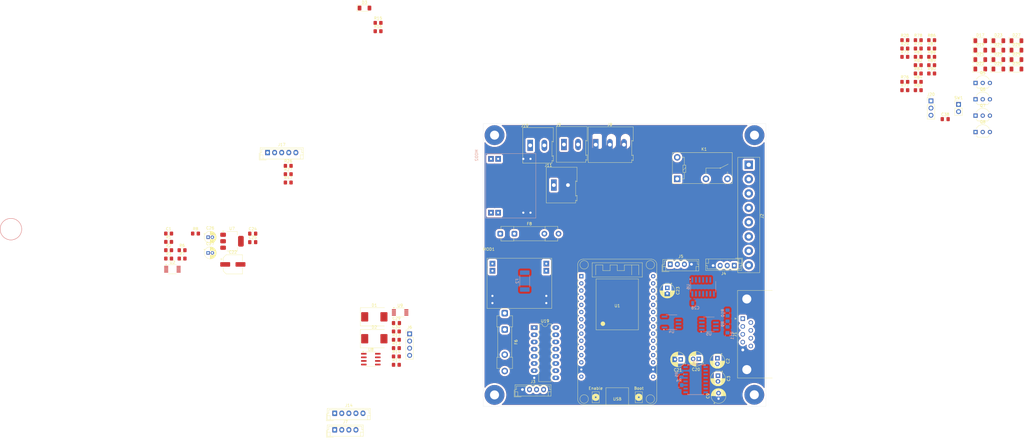
<source format=kicad_pcb>
(kicad_pcb (version 20240108) (generator "pcbnew") (generator_version "8.0")
  (layers (0 "F.Cu" signal) (31 "B.Cu" signal) (34 "B.Paste" user) (35 "F.Paste" user) (36 "B.SilkS" user "B.Silkscreen") (37 "F.SilkS" user "F.Silkscreen") (38 "B.Mask" user) (39 "F.Mask" user) (44 "Edge.Cuts" user))
  (net 0 "")
  (net 1 "GND")
  (net 2 "Net-(D3-K)")
  (net 4 "METER_MAIN_TX_A")
  (net 5 "+5V")
  (net 6 "GAMA_METER_LED_ACTIVE_ENERGY_INPUT")
  (net 7 "METER_MAIN_RX_B")
  (net 9 "METER_MAIN_RX_A")
  (net 10 "METER_MAIN_TX_B")
  (net 11 "GAMA_METER_LED_REACTIVE_INPUT")
  (net 12 "Net-(J8-Pin_1)")
  (net 13 "Net-(J8-Pin_2)")
  (net 14 "GAMA_METER_LED_REACTIVE")
  (net 15 "GAMA_METER_LED_ACTIVE_ENERGY")
  (net 16 "7_SEG_DISP_CLOCK")
  (net 17 "+3V3")
  (net 18 "Net-(MOD1-OUT+)")
  (net 19 "Net-(U1-EN)")
  (net 20 "7_SEG_DISP_LATCH")
  (net 21 "Net-(U3-T1IN)")
  (net 22 "Net-(U3-R1IN)")
  (net 23 "SDA_ESP")
  (net 24 "CLOCK_ESP")
  (net 25 "Net-(J7-Pin_4)")
  (net 26 "INVERTER_TX")
  (net 27 "Net-(J7-Pin_3)")
  (net 28 "CO2_SENSOR")
  (net 29 "7_SEG_DISP_DATA")
  (net 30 "METER_GRID_TX")
  (net 31 "LCD_DISP_DATA")
  (net 32 "H2_SENSOR")
  (net 33 "RS485_TX_ESP")
  (net 34 "/ESP32_Measurment_Board/RS485_A")
  (net 35 "/ESP32_Measurment_Board/RS485_B")
  (net 36 "METER_PV_RX")
  (net 37 "INVERTER_RX")
  (net 38 "LCD_DISP_LATCH")
  (net 39 "METER_GRID_RX")
  (net 40 "METER_PV_TX")
  (net 41 "METER_MAIN_TX")
  (net 42 "Net-(MOD2-OUT+)")
  (net 43 "+BATT_24V")
  (net 44 "METER_MAIN_RX")
  (net 45 "DISP_DATA")
  (net 46 "Net-(J3-Pin_2)")
  (net 48 "Net-(J3-Pin_3)")
  (net 51 "Net-(U3-C1+)")
  (net 52 "Net-(U3-C1-)")
  (net 53 "Net-(U3-C2+)")
  (net 54 "Net-(U3-C2-)")
  (net 55 "Net-(U3-VS-)")
  (net 56 "Net-(U3-VS+)")
  (net 57 "Net-(J3-Pin_4)")
  (net 64 "Net-(J4-Pin_2)")
  (net 65 "Net-(J4-Pin_3)")
  (net 66 "Net-(J5-Pin_3)")
  (net 67 "Net-(J5-Pin_2)")
  (net 70 "RS485_OUTPUT_ENABLE_ESP")
  (net 71 "DISP_CLOCK")
  (net 72 "DISP_LATCH")
  (net 73 "RS485_RX_ESP")
  (net 74 "RS232_RX_ESP")
  (net 75 "RS232_TX_ESP")
  (net 77 "LCD_DISP_CLOCK")
  (net 78 "Net-(Q5-B)")
  (net 79 "BUZZER")
  (net 80 "Net-(D17-K)")
  (net 81 "/ESP32_Measurment_Board/INV_TX_RS232")
  (net 82 "/ESP32_Measurment_Board/INV_RX_RS232")
  (net 83 "+20V")
  (net 84 "DS18B20")
  (net 85 "Net-(D16-K)")
  (net 86 "Net-(Q6-B)")
  (net 87 "Net-(Q7-B)")
  (net 88 "SMOKE_DETECTOR_OUTPUT")
  (net 89 "Net-(Q8-B)")
  (net 90 "Net-(Q8-C)")
  (net 91 "SMOKE_DETECTOR_RESET")
  (net 92 "ALARM_RESET_BUTTON")
  (net 93 "EXTERNAL_PS_ON")
  (net 94 "Net-(U3-R2OUT)")
  (net 95 "Net-(R81-Pad2)")
  (net 96 "Net-(R82-Pad2)")
  (net 97 "Net-(U4-RO)")
  (net 98 "Net-(U3-T2IN)")
  (net 99 "Net-(U8-DI)")
  (net 100 "Net-(R86-Pad2)")
  (net 101 "Net-(U8-DE)")
  (net 102 "Net-(U8-RO)")
  (net 103 "Net-(U5-DI)")
  (net 104 "Net-(R90-Pad2)")
  (footprint "Package_SO:VSSOP-10_3x3mm_P0.5mm" (layer "F.Cu") (at 137.63 96.775)
    (property "Reference" "U9" (at 0 -2.45 0) (layer "F.SilkS"))
    (property "Value" "INA226")
    (pad "1" smd roundrect (at -2.2 -1) (size 1.45 0.3) (layers "F.Cu" "F.Paste" "F.Mask") (net 17 "+3V3"))
    (pad "2" smd roundrect (at -2.2 -0.5) (size 1.45 0.3) (layers "F.Cu" "F.Paste" "F.Mask") (net 1 "GND"))
    (pad "3" smd roundrect (at -2.2 0) (size 1.45 0.3) (layers "F.Cu" "F.Paste" "F.Mask"))
    (pad "4" smd roundrect (at -2.2 0.5) (size 1.45 0.3) (layers "F.Cu" "F.Paste" "F.Mask") (net 23 "SDA_ESP"))
    (pad "5" smd roundrect (at -2.2 1) (size 1.45 0.3) (layers "F.Cu" "F.Paste" "F.Mask") (net 24 "CLOCK_ESP"))
    (pad "6" smd roundrect (at 2.2 1) (size 1.45 0.3) (layers "F.Cu" "F.Paste" "F.Mask") (net 17 "+3V3"))
    (pad "7" smd roundrect (at 2.2 0.5) (size 1.45 0.3) (layers "F.Cu" "F.Paste" "F.Mask") (net 1 "GND"))
    (pad "8" smd roundrect (at 2.2 0) (size 1.45 0.3) (layers "F.Cu" "F.Paste" "F.Mask") (net 25 "Net-(J7-Pin_4)"))
    (pad "9" smd roundrect (at 2.2 -0.5) (size 1.45 0.3) (layers "F.Cu" "F.Paste" "F.Mask") (net 27 "Net-(J7-Pin_3)"))
    (pad "10" smd roundrect (at 2.2 -1) (size 1.45 0.3) (layers "F.Cu" "F.Paste" "F.Mask") (net 25 "Net-(J7-Pin_4)"))
  )
  (footprint "Package_TO_SOT_THT:TO-92_Inline_Wide" (layer "F.Cu") (at 341.1075 32.92)
    (property "Reference" "Q8" (at 2.54 -3.56 0) (layer "F.SilkS"))
    (property "Value" "NPN")
    (pad "1" thru_hole rect (at 0 0) (size 1.5 1.5) (drill 0.8) (layers "*.Cu" "*.Mask") (net 90 "Net-(Q8-C)"))
    (pad "2" thru_hole circle (at 2.54 0) (size 1.5 1.5) (drill 0.8) (layers "*.Cu" "*.Mask") (net 89 "Net-(Q8-B)"))
    (pad "3" thru_hole circle (at 5.08 0) (size 1.5 1.5) (drill 0.8) (layers "*.Cu" "*.Mask") (net 1 "GND"))
  )
  (footprint "Resistor_SMD:R_0805_2012Metric_Pad1.20x1.40mm_HandSolder" (layer "F.Cu") (at 320.8475 15.16)
    (property "Reference" "R84" (at 0 -1.65 0) (layer "F.SilkS"))
    (property "Value" "4k7")
    (pad "1" smd roundrect (at -1 0) (size 1.2 1.4) (layers "F.Cu" "F.Paste" "F.Mask") (roundrect_rratio 0.208333) (net 37 "INVERTER_RX"))
    (pad "2" smd roundrect (at 1 0) (size 1.2 1.4) (layers "F.Cu" "F.Paste" "F.Mask") (roundrect_rratio 0.208333) (net 98 "Net-(U3-T2IN)"))
  )
  (footprint "Resistor_SMD:R_0805_2012Metric_Pad1.20x1.40mm_HandSolder" (layer "F.Cu") (at 65.275 68.865)
    (property "Reference" "R8" (at 0 -1.65 0) (layer "F.SilkS"))
    (property "Value" "510R")
    (pad "1" smd roundrect (at -1 0) (size 1.2 1.4) (layers "F.Cu" "F.Paste" "F.Mask") (roundrect_rratio 0.208333) (net 10 "METER_MAIN_TX_B"))
    (pad "2" smd roundrect (at 1 0) (size 1.2 1.4) (layers "F.Cu" "F.Paste" "F.Mask") (roundrect_rratio 0.208333) (net 5 "+5V"))
  )
  (footprint "Resistor_SMD:R_0805_2012Metric_Pad1.20x1.40mm_HandSolder" (layer "F.Cu") (at 325.5975 3.36)
    (property "Reference" "R87" (at 0 -1.65 0) (layer "F.SilkS"))
    (property "Value" "4k7")
    (pad "1" smd roundrect (at -1 0) (size 1.2 1.4) (layers "F.Cu" "F.Paste" "F.Mask") (roundrect_rratio 0.208333) (net 70 "RS485_OUTPUT_ENABLE_ESP"))
    (pad "2" smd roundrect (at 1 0) (size 1.2 1.4) (layers "F.Cu" "F.Paste" "F.Mask") (roundrect_rratio 0.208333) (net 101 "Net-(U8-DE)"))
  )
  (footprint "Resistor_SMD:R_0805_2012Metric_Pad1.20x1.40mm_HandSolder" (layer "F.Cu") (at 136.3 106.48)
    (property "Reference" "R12" (at 0 -1.65 0) (layer "F.SilkS"))
    (property "Value" "510R")
    (pad "1" smd roundrect (at -1 0) (size 1.2 1.4) (layers "F.Cu" "F.Paste" "F.Mask") (roundrect_rratio 0.208333) (net 5 "+5V"))
    (pad "2" smd roundrect (at 1 0) (size 1.2 1.4) (layers "F.Cu" "F.Paste" "F.Mask") (roundrect_rratio 0.208333) (net 35 "/ESP32_Measurment_Board/RS485_B"))
  )
  (footprint "Resistor_SMD:R_0805_2012Metric_Pad1.20x1.40mm_HandSolder" (layer "F.Cu") (at 129.825 -2.765)
    (property "Reference" "R16" (at 0 -1.65 0) (layer "F.SilkS"))
    (property "Value" "2,4k")
    (pad "1" smd roundrect (at -1 0) (size 1.2 1.4) (layers "F.Cu" "F.Paste" "F.Mask") (roundrect_rratio 0.208333) (net 2 "Net-(D3-K)"))
    (pad "2" smd roundrect (at 1 0) (size 1.2 1.4) (layers "F.Cu" "F.Paste" "F.Mask") (roundrect_rratio 0.208333) (net 1 "GND"))
  )
  (footprint "Connector_JST:JST_EH_B4B-EH-A_1x04_P2.50mm_Vertical" (layer "F.Cu") (at 233.15 79.75)
    (property "Reference" "J5" (at 3.75 -2.8 0) (layer "F.SilkS"))
    (property "Value" "Conn_01x04")
    (pad "1" thru_hole roundrect (at 0 0) (size 1.7 1.95) (drill 0.95) (layers "*.Cu" "*.Mask") (roundrect_rratio 0.147059) (net 5 "+5V"))
    (pad "2" thru_hole oval (at 2.5 0) (size 1.7 1.95) (drill 0.95) (layers "*.Cu" "*.Mask") (net 67 "Net-(J5-Pin_2)"))
    (pad "3" thru_hole oval (at 5 0) (size 1.7 1.95) (drill 0.95) (layers "*.Cu" "*.Mask") (net 66 "Net-(J5-Pin_3)"))
    (pad "4" thru_hole oval (at 7.5 0) (size 1.7 1.95) (drill 0.95) (layers "*.Cu" "*.Mask") (net 1 "GND"))
  )
  (footprint "Resistor_SMD:R_0805_2012Metric_Pad1.20x1.40mm_HandSolder" (layer "F.Cu") (at 320.8475 9.26)
    (property "Reference" "R82" (at 0 -1.65 0) (layer "F.SilkS"))
    (property "Value" "10k")
    (pad "1" smd roundrect (at -1 0) (size 1.2 1.4) (layers "F.Cu" "F.Paste" "F.Mask") (roundrect_rratio 0.208333) (net 36 "METER_PV_RX"))
    (pad "2" smd roundrect (at 1 0) (size 1.2 1.4) (layers "F.Cu" "F.Paste" "F.Mask") (roundrect_rratio 0.208333) (net 96 "Net-(R82-Pad2)"))
  )
  (footprint "Capacitor_SMD:C_0805_2012Metric_Pad1.18x1.45mm_HandSolder" (layer "F.Cu") (at 330.3775 28.36)
    (property "Reference" "C38" (at 0 -1.68 0) (layer "F.SilkS"))
    (property "Value" "100n")
    (pad "1" smd roundrect (at -1.0375 0) (size 1.175 1.45) (layers "F.Cu" "F.Paste" "F.Mask") (roundrect_rratio 0.212766) (net 17 "+3V3"))
    (pad "2" smd roundrect (at 1.0375 0) (size 1.175 1.45) (layers "F.Cu" "F.Paste" "F.Mask") (roundrect_rratio 0.212766) (net 1 "GND"))
  )
  (footprint "Diode_SMD:D_MiniMELF" (layer "F.Cu") (at 125.035 -10.965)
    (property "Reference" "D3" (at 0 -2 0) (layer "F.SilkS"))
    (property "Value" "5V6")
    (pad "1" smd roundrect (at -1.75 0) (size 1.3 1.7) (layers "F.Cu" "F.Paste" "F.Mask") (roundrect_rratio 0.1923076923) (net 2 "Net-(D3-K)"))
    (pad "2" smd roundrect (at 1.75 0) (size 1.3 1.7) (layers "F.Cu" "F.Paste" "F.Mask") (roundrect_rratio 0.1923076923) (net 1 "GND"))
  )
  (footprint "Package_SO:VSSOP-10_3x3mm_P0.5mm" (layer "F.Cu") (at 57.105 81.49)
    (property "Reference" "U2" (at 0 -2.45 0) (layer "F.SilkS"))
    (property "Value" "INA226")
    (pad "1" smd roundrect (at -2.2 -1) (size 1.45 0.3) (layers "F.Cu" "F.Paste" "F.Mask") (net 1 "GND"))
    (pad "2" smd roundrect (at -2.2 -0.5) (size 1.45 0.3) (layers "F.Cu" "F.Paste" "F.Mask") (net 1 "GND"))
    (pad "3" smd roundrect (at -2.2 0) (size 1.45 0.3) (layers "F.Cu" "F.Paste" "F.Mask"))
    (pad "4" smd roundrect (at -2.2 0.5) (size 1.45 0.3) (layers "F.Cu" "F.Paste" "F.Mask") (net 23 "SDA_ESP"))
    (pad "5" smd roundrect (at -2.2 1) (size 1.45 0.3) (layers "F.Cu" "F.Paste" "F.Mask") (net 24 "CLOCK_ESP"))
    (pad "6" smd roundrect (at 2.2 1) (size 1.45 0.3) (layers "F.Cu" "F.Paste" "F.Mask") (net 17 "+3V3"))
    (pad "7" smd roundrect (at 2.2 0.5) (size 1.45 0.3) (layers "F.Cu" "F.Paste" "F.Mask") (net 1 "GND"))
    (pad "8" smd roundrect (at 2.2 0) (size 1.45 0.3) (layers "F.Cu" "F.Paste" "F.Mask") (net 46 "Net-(J3-Pin_2)"))
    (pad "9" smd roundrect (at 2.2 -0.5) (size 1.45 0.3) (layers "F.Cu" "F.Paste" "F.Mask") (net 46 "Net-(J3-Pin_2)"))
    (pad "10" smd roundrect (at 2.2 -1) (size 1.45 0.3) (layers "F.Cu" "F.Paste" "F.Mask") (net 48 "Net-(J3-Pin_3)"))
  )
  (footprint "Diode_SMD:D_MiniMELF" (layer "F.Cu") (at 342.7925 0.605)
    (property "Reference" "D17" (at 0 -2 0) (layer "F.SilkS"))
    (property "Value" "5V6")
    (pad "1" smd roundrect (at -1.75 0) (size 1.3 1.7) (layers "F.Cu" "F.Paste" "F.Mask") (roundrect_rratio 0.1923076923) (net 80 "Net-(D17-K)"))
    (pad "2" smd roundrect (at 1.75 0) (size 1.3 1.7) (layers "F.Cu" "F.Paste" "F.Mask") (roundrect_rratio 0.1923076923) (net 1 "GND"))
  )
  (footprint "Diode_SMD:D_MiniMELF" (layer "F.Cu") (at 355.5825 0.605)
    (property "Reference" "D27" (at 0 -2 0) (layer "F.SilkS"))
    (property "Value" "3V3")
    (pad "1" smd roundrect (at -1.75 0) (size 1.3 1.7) (layers "F.Cu" "F.Paste" "F.Mask") (roundrect_rratio 0.1923076923) (net 70 "RS485_OUTPUT_ENABLE_ESP"))
    (pad "2" smd roundrect (at 1.75 0) (size 1.3 1.7) (layers "F.Cu" "F.Paste" "F.Mask") (roundrect_rratio 0.1923076923) (net 1 "GND"))
  )
  (footprint "Diode_SMD:D_MiniMELF" (layer "F.Cu") (at 349.1875 0.605)
    (property "Reference" "D23" (at 0 -2 0) (layer "F.SilkS"))
    (property "Value" "3V3")
    (pad "1" smd roundrect (at -1.75 0) (size 1.3 1.7) (layers "F.Cu" "F.Paste" "F.Mask") (roundrect_rratio 0.1923076923) (net 41 "METER_MAIN_TX"))
    (pad "2" smd roundrect (at 1.75 0) (size 1.3 1.7) (layers "F.Cu" "F.Paste" "F.Mask") (roundrect_rratio 0.1923076923) (net 1 "GND"))
  )
  (footprint "Package_TO_SOT_SMD:SOT-223-3_TabPin2" (layer "F.Cu") (at 78.175 71.59)
    (property "Reference" "U7" (at 0 -4.5 0) (layer "F.SilkS"))
    (property "Value" "AMS1117-5.0")
    (pad "1" smd roundrect (at -3.15 -2.3) (size 2 1.5) (layers "F.Cu" "F.Paste" "F.Mask") (net 1 "GND"))
    (pad "2" smd roundrect (at -3.15 0) (size 2 1.5) (layers "F.Cu" "F.Paste" "F.Mask") (net 17 "+3V3"))
    (pad "2" smd roundrect (at 3.15 0) (size 2 3.8) (layers "F.Cu" "F.Paste" "F.Mask") (net 17 "+3V3"))
    (pad "3" smd roundrect (at -3.15 2.3) (size 2 1.5) (layers "F.Cu" "F.Paste" "F.Mask") (net 5 "+5V"))
  )
  (footprint "Capacitor_THT:CP_Radial_D5.0mm_P2.00mm" (layer "F.Cu") (at 236.855113 113.42 180)
    (property "Reference" "C21" (at 1 -3.75 180) (layer "F.SilkS"))
    (property "Value" "47u")
    (pad "1" thru_hole rect (at 0 0 180) (size 1.6 1.6) (drill 0.8) (layers "*.Cu" "*.Mask") (net 5 "+5V"))
    (pad "2" thru_hole circle (at 2 0 180) (size 1.6 1.6) (drill 0.8) (layers "*.Cu" "*.Mask") (net 1 "GND"))
  )
  (footprint "Connector_JST:JST_EH_B5B-EH-A_1x05_P2.50mm_Vertical" (layer "F.Cu") (at 90.76 40.2)
    (property "Reference" "J17" (at 5 -2.8 0) (layer "F.SilkS"))
    (property "Value" "LCD_DISP")
    (pad "1" thru_hole roundrect (at 0 0) (size 1.7 1.95) (drill 0.95) (layers "*.Cu" "*.Mask") (roundrect_rratio 0.147059) (net 5 "+5V"))
    (pad "2" thru_hole oval (at 2.5 0) (size 1.7 1.95) (drill 0.95) (layers "*.Cu" "*.Mask") (net 38 "LCD_DISP_LATCH"))
    (pad "3" thru_hole oval (at 5 0) (size 1.7 1.95) (drill 0.95) (layers "*.Cu" "*.Mask") (net 77 "LCD_DISP_CLOCK"))
    (pad "4" thru_hole oval (at 7.5 0) (size 1.7 1.95) (drill 0.95) (layers "*.Cu" "*.Mask") (net 31 "LCD_DISP_DATA"))
    (pad "5" thru_hole oval (at 10 0) (size 1.7 1.95) (drill 0.95) (layers "*.Cu" "*.Mask") (net 1 "GND"))
  )
  (footprint "Package_TO_SOT_THT:TO-92_Inline_Wide" (layer "F.Cu") (at 341.1075 21.34)
    (property "Reference" "Q6" (at 2.54 -3.56 0) (layer "F.SilkS"))
    (property "Value" "NPN")
    (pad "1" thru_hole rect (at 0 0) (size 1.5 1.5) (drill 0.8) (layers "*.Cu" "*.Mask") (net 12 "Net-(J8-Pin_1)"))
    (pad "2" thru_hole circle (at 2.54 0) (size 1.5 1.5) (drill 0.8) (layers "*.Cu" "*.Mask") (net 86 "Net-(Q6-B)"))
    (pad "3" thru_hole circle (at 5.08 0) (size 1.5 1.5) (drill 0.8) (layers "*.Cu" "*.Mask") (net 1 "GND"))
  )
  (footprint "Diode_SMD:D_MiniMELF" (layer "F.Cu") (at 355.5825 3.945)
    (property "Reference" "D28" (at 0 -2 0) (layer "F.SilkS"))
    (property "Value" "3V3")
    (pad "1" smd roundrect (at -1.75 0) (size 1.3 1.7) (layers "F.Cu" "F.Paste" "F.Mask") (roundrect_rratio 0.1923076923) (net 74 "RS232_RX_ESP"))
    (pad "2" smd roundrect (at 1.75 0) (size 1.3 1.7) (layers "F.Cu" "F.Paste" "F.Mask") (roundrect_rratio 0.1923076923) (net 1 "GND"))
  )
  (footprint "Diode_SMD:D_SMC" (layer "F.Cu") (at 128.505 106.1)
    (property "Reference" "D2" (at 0 -4.1 0) (layer "F.SilkS"))
    (property "Value" "D_TVS")
    (pad "1" smd roundrect (at -3.4 0 90) (size 3.3 2.5) (layers "F.Cu" "F.Paste" "F.Mask") (roundrect_rratio 0.1) (net 1 "GND"))
    (pad "2" smd roundrect (at 3.4 0 90) (size 3.3 2.5) (layers "F.Cu" "F.Paste" "F.Mask") (roundrect_rratio 0.1) (net 35 "/ESP32_Measurment_Board/RS485_B"))
  )
  (footprint "Resistor_SMD:R_0805_2012Metric_Pad1.20x1.40mm_HandSolder" (layer "F.Cu") (at 60.525 77.715)
    (property "Reference" "R7" (at 0 -1.65 0) (layer "F.SilkS"))
    (property "Value" "510R")
    (pad "1" smd roundrect (at -1 0) (size 1.2 1.4) (layers "F.Cu" "F.Paste" "F.Mask") (roundrect_rratio 0.208333) (net 1 "GND"))
    (pad "2" smd roundrect (at 1 0) (size 1.2 1.4) (layers "F.Cu" "F.Paste" "F.Mask") (roundrect_rratio 0.208333) (net 4 "METER_MAIN_TX_A"))
  )
  (footprint "Resistor_SMD:R_0805_2012Metric_Pad1.20x1.40mm_HandSolder" (layer "F.Cu") (at 320.8475 6.31)
    (property "Reference" "R81" (at 0 -1.65 0) (layer "F.SilkS"))
    (property "Value" "10k")
    (pad "1" smd roundrect (at -1 0) (size 1.2 1.4) (layers "F.Cu" "F.Paste" "F.Mask") (roundrect_rratio 0.208333) (net 39 "METER_GRID_RX"))
    (pad "2" smd roundrect (at 1 0) (size 1.2 1.4) (layers "F.Cu" "F.Paste" "F.Mask") (roundrect_rratio 0.208333) (net 95 "Net-(R81-Pad2)"))
  )
  (footprint "Capacitor_THT:CP_Radial_D5.0mm_P2.00mm" (layer "F.Cu") (at 232.1 88.1 -90)
    (property "Reference" "C23" (at 1 -3.75 90) (layer "F.SilkS"))
    (property "Value" "22u")
    (pad "1" thru_hole rect (at 0 0 270) (size 1.6 1.6) (drill 0.8) (layers "*.Cu" "*.Mask") (net 17 "+3V3"))
    (pad "2" thru_hole circle (at 2 0 270) (size 1.6 1.6) (drill 0.8) (layers "*.Cu" "*.Mask") (net 1 "GND"))
  )
  (footprint "Capacitor_SMD:C_0805_2012Metric_Pad1.18x1.45mm_HandSolder" (layer "F.Cu") (at 85.505 68.895)
    (property "Reference" "C24" (at 0 -1.68 0) (layer "F.SilkS"))
    (property "Value" "100n")
    (pad "1" smd roundrect (at -1.0375 0) (size 1.175 1.45) (layers "F.Cu" "F.Paste" "F.Mask") (roundrect_rratio 0.212766) (net 5 "+5V"))
    (pad "2" smd roundrect (at 1.0375 0) (size 1.175 1.45) (layers "F.Cu" "F.Paste" "F.Mask") (roundrect_rratio 0.212766) (net 1 "GND"))
  )
  (footprint "Resistor_SMD:R_0805_2012Metric_Pad1.20x1.40mm_HandSolder" (layer "F.Cu") (at 320.8475 0.41)
    (property "Reference" "R78" (at 0 -1.65 0) (layer "F.SilkS"))
    (property "Value" "10k")
    (pad "1" smd roundrect (at -1 0) (size 1.2 1.4) (layers "F.Cu" "F.Paste" "F.Mask") (roundrect_rratio 0.208333) (net 84 "DS18B20"))
    (pad "2" smd roundrect (at 1 0) (size 1.2 1.4) (layers "F.Cu" "F.Paste" "F.Mask") (roundrect_rratio 0.208333) (net 17 "+3V3"))
  )
  (footprint "Resistor_SMD:R_0805_2012Metric_Pad1.20x1.40mm_HandSolder" (layer "F.Cu") (at 129.825 -5.715)
    (property "Reference" "R15" (at 0 -1.65 0) (layer "F.SilkS"))
    (property "Value" "10k")
    (pad "1" smd roundrect (at -1 0) (size 1.2 1.4) (layers "F.Cu" "F.Paste" "F.Mask") (roundrect_rratio 0.208333) (net 11 "GAMA_METER_LED_REACTIVE_INPUT"))
    (pad "2" smd roundrect (at 1 0) (size 1.2 1.4) (layers "F.Cu" "F.Paste" "F.Mask") (roundrect_rratio 0.208333) (net 2 "Net-(D3-K)"))
  )
  (footprint "Resistor_SMD:R_0805_2012Metric_Pad1.20x1.40mm_HandSolder" (layer "F.Cu") (at 55.775 77.715)
    (property "Reference" "R3" (at 0 -1.65 0) (layer "F.SilkS"))
    (property "Value" "10k")
    (pad "1" smd roundrect (at -1 0) (size 1.2 1.4) (layers "F.Cu" "F.Paste" "F.Mask") (roundrect_rratio 0.208333) (net 17 "+3V3"))
    (pad "2" smd roundrect (at 1 0) (size 1.2 1.4) (layers "F.Cu" "F.Paste" "F.Mask") (roundrect_rratio 0.208333) (net 24 "CLOCK_ESP"))
  )
  (footprint "Resistor_SMD:R_0805_2012Metric_Pad1.20x1.40mm_HandSolder" (layer "F.Cu") (at 55.775 68.865)
    (property "Reference" "C1" (at 0 -1.65 0) (layer "F.SilkS"))
    (property "Value" "100n")
    (pad "1" smd roundrect (at -1 0) (size 1.2 1.4) (layers "F.Cu" "F.Paste" "F.Mask") (roundrect_rratio 0.208333) (net 17 "+3V3"))
    (pad "2" smd roundrect (at 1 0) (size 1.2 1.4) (layers "F.Cu" "F.Paste" "F.Mask") (roundrect_rratio 0.208333) (net 1 "GND"))
  )
  (footprint "Resistor_SMD:R_0805_2012Metric_Pad1.20x1.40mm_HandSolder" (layer "F.Cu") (at 325.5975 12.21)
    (property "Reference" "R90" (at 0 -1.65 0) (layer "F.SilkS"))
    (property "Value" "4k7")
    (pad "1" smd roundrect (at -1 0) (size 1.2 1.4) (layers "F.Cu" "F.Paste" "F.Mask") (roundrect_rratio 0.208333) (net 40 "METER_PV_TX"))
    (pad "2" smd roundrect (at 1 0) (size 1.2 1.4) (layers "F.Cu" "F.Paste" "F.Mask") (roundrect_rratio 0.208333) (net 104 "Net-(R90-Pad2)"))
  )
  (footprint "Diode_SMD:D_MiniMELF" (layer "F.Cu") (at 349.1875 7.285)
    (property "Reference" "D25" (at 0 -2 0) (layer "F.SilkS"))
    (property "Value" "3V3")
    (pad "1" smd roundrect (at -1.75 0) (size 1.3 1.7) (layers "F.Cu" "F.Paste" "F.Mask") (roundrect_rratio 0.1923076923) (net 75 "RS232_TX_ESP"))
    (pad "2" smd roundrect (at 1.75 0) (size 1.3 1.7) (layers "F.Cu" "F.Paste" "F.Mask") (roundrect_rratio 0.1923076923) (net 1 "GND"))
  )
  (footprint "Resistor_SMD:R_0805_2012Metric_Pad1.20x1.40mm_HandSolder" (layer "F.Cu") (at 316.0975 3.36)
    (property "Reference" "R29" (at 0 -1.65 0) (layer "F.SilkS"))
    (property "Value" "10k")
    (pad "1" smd roundrect (at -1 0) (size 1.2 1.4) (layers "F.Cu" "F.Paste" "F.Mask") (roundrect_rratio 0.208333) (net 91 "SMOKE_DETECTOR_RESET"))
    (pad "2" smd roundrect (at 1 0) (size 1.2 1.4) (layers "F.Cu" "F.Paste" "F.Mask") (roundrect_rratio 0.208333) (net 86 "Net-(Q6-B)"))
  )
  (footprint "Diode_SMD:D_SMC" (layer "F.Cu") (at 128.505 98.35)
    (property "Reference" "D1" (at 0 -4.1 0) (layer "F.SilkS"))
    (property "Value" "D_TVS")
    (pad "1" smd roundrect (at -3.4 0 90) (size 3.3 2.5) (layers "F.Cu" "F.Paste" "F.Mask") (roundrect_rratio 0.1) (net 1 "GND"))
    (pad "2" smd roundrect (at 3.4 0 90) (size 3.3 2.5) (layers "F.Cu" "F.Paste" "F.Mask") (roundrect_rratio 0.1) (net 34 "/ESP32_Measurment_Board/RS485_A"))
  )
  (footprint "Package_DIP:DIP-16_W7.62mm_LongPads" (layer "F.Cu") (at 185.05 102.17)
    (property "Reference" "U19" (at 3.81 -2.33 0) (layer "F.SilkS"))
    (property "Value" "PCF8574")
    (pad "1" thru_hole rect (at 0 0) (size 2.4 1.6) (drill 0.8) (layers "*.Cu" "*.Mask") (net 17 "+3V3"))
    (pad "2" thru_hole oval (at 0 2.54) (size 2.4 1.6) (drill 0.8) (layers "*.Cu" "*.Mask") (net 17 "+3V3"))
    (pad "3" thru_hole oval (at 0 5.08) (size 2.4 1.6) (drill 0.8) (layers "*.Cu" "*.Mask") (net 17 "+3V3"))
    (pad "4" thru_hole oval (at 0 7.62) (size 2.4 1.6) (drill 0.8) (layers "*.Cu" "*.Mask") (net 92 "ALARM_RESET_BUTTON"))
    (pad "5" thru_hole oval (at 0 10.16) (size 2.4 1.6) (drill 0.8) (layers "*.Cu" "*.Mask") (net 93 "EXTERNAL_PS_ON"))
    (pad "6" thru_hole oval (at 0 12.7) (size 2.4 1.6) (drill 0.8) (layers "*.Cu" "*.Mask") (net 84 "DS18B20"))
    (pad "7" thru_hole oval (at 0 15.24) (size 2.4 1.6) (drill 0.8) (layers "*.Cu" "*.Mask") (net 79 "BUZZER"))
    (pad "8" thru_hole oval (at 0 17.78) (size 2.4 1.6) (drill 0.8) (layers "*.Cu" "*.Mask") (net 1 "GND"))
    (pad "9" thru_hole oval (at 7.62 17.78) (size 2.4 1.6) (drill 0.8) (layers "*.Cu" "*.Mask"))
    (pad "10" thru_hole oval (at 7.62 15.24) (size 2.4 1.6) (drill 0.8) (layers "*.Cu" "*.Mask"))
    (pad "11" thru_hole oval (at 7.62 12.7) (size 2.4 1.6) (drill 0.8) (layers "*.Cu" "*.Mask"))
    (pad "12" thru_hole oval (at 7.62 10.16) (size 2.4 1.6) (drill 0.8) (layers "*.Cu" "*.Mask"))
    (pad "13" thru_hole oval (at 7.62 7.62) (size 2.4 1.6) (drill 0.8) (layers "*.Cu" "*.Mask"))
    (pad "14" thru_hole oval (at 7.62 5.08) (size 2.4 1.6) (drill 0.8) (layers "*.Cu" "*.Mask") (net 24 "CLOCK_ESP"))
    (pad "15" thru_hole oval (at 7.62 2.54) (size 2.4 1.6) (drill 0.8) (layers "*.Cu" "*.Mask") (net 23 "SDA_ESP"))
    (pad "16" thru_hole oval (at 7.62 0) (size 2.4 1.6) (drill 0.8) (layers "*.Cu" "*.Mask") (net 17 "+3V3"))
  )
  (footprint "Connector_PinHeader_2.54mm:PinHeader_1x02_P2.54mm_Vertical" (layer "F.Cu") (at 335.1075 23.16)
    (property "Reference" "SW1" (at 0 -2.33 0) (layer "F.SilkS"))
    (property "Value" "SW_Push")
    (pad "1" thru_hole rect (at 0 0) (size 1.7 1.7) (drill 1) (layers "*.Cu" "*.Mask") (net 92 "ALARM_RESET_BUTTON"))
    (pad "2" thru_hole oval (at 0 2.54) (size 1.7 1.7) (drill 1) (layers "*.Cu" "*.Mask") (net 1 "GND"))
  )
  (footprint "Connector_JST:JST_EH_B5B-EH-A_1x05_P2.50mm_Vertical" (layer "F.Cu") (at 114.5 132.5)
    (property "Reference" "J14" (at 5 -2.8 0) (layer "F.SilkS"))
    (property "Value" "7SEG_DISP")
    (pad "1" thru_hole roundrect (at 0 0) (size 1.7 1.95) (drill 0.95) (layers "*.Cu" "*.Mask") (roundrect_rratio 0.147059) (net 5 "+5V"))
    (pad "2" thru_hole oval (at 2.5 0) (size 1.7 1.95) (drill 0.95) (layers "*.Cu" "*.Mask") (net 20 "7_SEG_DISP_LATCH"))
    (pad "3" thru_hole oval (at 5 0) (size 1.7 1.95) (drill 0.95) (layers "*.Cu" "*.Mask") (net 16 "7_SEG_DISP_CLOCK"))
    (pad "4" thru_hole oval (at 7.5 0) (size 1.7 1.95) (drill 0.95) (layers "*.Cu" "*.Mask") (net 29 "7_SEG_DISP_DATA"))
    (pad "5" thru_hole oval (at 10 0) (size 1.7 1.95) (drill 0.95) (layers "*.Cu" "*.Mask") (net 1 "GND"))
  )
  (footprint "Diode_SMD:D_MiniMELF" (layer "F.Cu") (at 349.1875 10.625)
    (property "Reference" "D26" (at 0 -2 0) (layer "F.SilkS"))
    (property "Value" "3V3")
    (pad "1" smd roundrect (at -1.75 0) (size 1.3 1.7) (layers "F.Cu" "F.Paste" "F.Mask") (roundrect_rratio 0.1923076923) (net 30 "METER_GRID_TX"))
    (pad "2" smd roundrect (at 1.75 0) (size 1.3 1.7) (layers "F.Cu" "F.Paste" "F.Mask") (roundrect_rratio 0.1923076923) (net 1 "GND"))
  )
  (footprint "Resistor_SMD:R_0805_2012Metric_Pad1.20x1.40mm_HandSolder" (layer "F.Cu") (at 325.5975 6.31)
    (property "Reference" "R88" (at 0 -1.65 0) (layer "F.SilkS"))
    (property "Value" "4k7")
    (pad "1" smd roundrect (at -1 0) (size 1.2 1.4) (layers "F.Cu" "F.Paste" "F.Mask") (roundrect_rratio 0.208333) (net 74 "RS232_RX_ESP"))
    (pad "2" smd roundrect (at 1 0) (size 1.2 1.4) (layers "F.Cu" "F.Paste" "F.Mask") (roundrect_rratio 0.208333) (net 102 "Net-(U8-RO)"))
  )
  (footprint "Resistor_SMD:R_0805_2012Metric_Pad1.20x1.40mm_HandSolder" (layer "F.Cu") (at 316.0975 18.11)
    (property "Reference" "R77" (at 0 -1.65 0) (layer "F.SilkS"))
    (property "Value" "10k")
    (pad "1" smd roundrect (at -1 0) (size 1.2 1.4) (layers "F.Cu" "F.Paste" "F.Mask") (roundrect_rratio 0.208333) (net 89 "Net-(Q8-B)"))
    (pad "2" smd roundrect (at 1 0) (size 1.2 1.4) (layers "F.Cu" "F.Paste" "F.Mask") (roundrect_rratio 0.208333) (net 93 "EXTERNAL_PS_ON"))
  )
  (footprint "My-Footprints:esp32_devkit_v1_doit" (layer "F.Cu") (at 214.41 83.97)
    (property "Reference" "U1" (at 0 10.47 360) (layer "F.SilkS"))
    (property "Value" "ESP32_DevKit_V1_DOIT")
    (fp_text user "Enable" (at -7.62 39.68 360) (layer "F.SilkS"))
    (fp_text user "Boot" (at 7.62 39.68 360) (layer "F.SilkS"))
    (fp_text user "USB" (at 0 43.49 360) (layer "F.SilkS"))
    (pad "1" thru_hole rect (at -12.7 0) (size 1.524 1.524) (drill 0.762) (layers "*.Cu" "*.Mask") (net 19 "Net-(U1-EN)"))
    (pad "2" thru_hole circle (at -12.7 2.54) (size 1.524 1.524) (drill 0.762) (layers "*.Cu" "*.Mask") (net 15 "GAMA_METER_LED_ACTIVE_ENERGY"))
    (pad "3" thru_hole circle (at -12.7 5.08) (size 1.524 1.524) (drill 0.762) (layers "*.Cu" "*.Mask") (net 14 "GAMA_METER_LED_REACTIVE"))
    (pad "4" thru_hole circle (at -12.7 7.62) (size 1.524 1.524) (drill 0.762) (layers "*.Cu" "*.Mask") (net 36 "METER_PV_RX"))
    (pad "5" thru_hole circle (at -12.7 10.16) (size 1.524 1.524) (drill 0.762) (layers "*.Cu" "*.Mask") (net 40 "METER_PV_TX"))
    (pad "6" thru_hole circle (at -12.7 12.7) (size 1.524 1.524) (drill 0.762) (layers "*.Cu" "*.Mask") (net 77 "LCD_DISP_CLOCK"))
    (pad "7" thru_hole circle (at -12.7 15.24) (size 1.524 1.524) (drill 0.762) (layers "*.Cu" "*.Mask") (net 38 "LCD_DISP_LATCH"))
    (pad "8" thru_hole circle (at -12.7 17.78) (size 1.524 1.524) (drill 0.762) (layers "*.Cu" "*.Mask") (net 37 "INVERTER_RX"))
    (pad "9" thru_hole circle (at -12.7 20.32) (size 1.524 1.524) (drill 0.762) (layers "*.Cu" "*.Mask") (net 26 "INVERTER_TX"))
    (pad "10" thru_hole circle (at -12.7 22.86) (size 1.524 1.524) (drill 0.762) (layers "*.Cu" "*.Mask") (net 31 "LCD_DISP_DATA"))
    (pad "11" thru_hole circle (at -12.7 25.4) (size 1.524 1.524) (drill 0.762) (layers "*.Cu" "*.Mask") (net 71 "DISP_CLOCK"))
    (pad "12" thru_hole circle (at -12.7 27.94) (size 1.524 1.524) (drill 0.762) (layers "*.Cu" "*.Mask") (net 91 "SMOKE_DETECTOR_RESET"))
    (pad "13" thru_hole circle (at -12.7 30.48) (size 1.524 1.524) (drill 0.762) (layers "*.Cu" "*.Mask") (net 45 "DISP_DATA"))
    (pad "14" thru_hole circle (at -12.7 33.02) (size 1.524 1.524) (drill 0.762) (layers "*.Cu" "*.Mask") (net 1 "GND"))
    (pad "15" thru_hole circle (at -12.7 35.56) (size 1.524 1.524) (drill 0.762) (layers "*.Cu" "*.Mask") (net 17 "+3V3"))
    (pad "16" thru_hole circle (at 12.7 35.56) (size 1.524 1.524) (drill 0.762) (layers "*.Cu" "*.Mask") (net 17 "+3V3"))
    (pad "17" thru_hole circle (at 12.7 33.02) (size 1.524 1.524) (drill 0.762) (layers "*.Cu" "*.Mask") (net 1 "GND"))
    (pad "18" thru_hole circle (at 12.7 30.48) (size 1.524 1.524) (drill 0.762) (layers "*.Cu" "*.Mask") (net 72 "DISP_LATCH"))
    (pad "19" thru_hole circle (at 12.7 27.94) (size 1.524 1.524) (drill 0.762) (layers "*.Cu" "*.Mask") (net 41 "METER_MAIN_TX"))
    (pad "20" thru_hole circle (at 12.7 25.4) (size 1.524 1.524) (drill 0.762) (layers "*.Cu" "*.Mask") (net 44 "METER_MAIN_RX"))
    (pad "21" thru_hole circle (at 12.7 22.86) (size 1.524 1.524) (drill 0.762) (layers "*.Cu" "*.Mask") (net 73 "RS485_RX_ESP"))
    (pad "22" thru_hole circle (at 12.7 20.32) (size 1.524 1.524) (drill 0.762) (layers "*.Cu" "*.Mask") (net 33 "RS485_TX_ESP"))
    (pad "23" thru_hole circle (at 12.7 17.78) (size 1.524 1.524) (drill 0.762) (layers "*.Cu" "*.Mask") (net 88 "SMOKE_DETECTOR_OUTPUT"))
    (pad "24" thru_hole circle (at 12.7 15.24) (size 1.524 1.524) (drill 0.762) (layers "*.Cu" "*.Mask") (net 32 "H2_SENSOR"))
    (pad "25" thru_hole circle (at 12.7 12.7) (size 1.524 1.524) (drill 0.762) (layers "*.Cu" "*.Mask") (net 28 "CO2_SENSOR"))
    (pad "26" thru_hole circle (at 12.7 10.16) (size 1.524 1.524) (drill 0.762) (layers "*.Cu" "*.Mask") (net 23 "SDA_ESP"))
    (pad "27" thru_hole circle (at 12.7 7.62) (size 1.524 1.524) (drill 0.762) (layers "*.Cu" "*.Mask") (net 39 "METER_GRID_RX"))
    (pad "28" thru_hole circle (at 12.7 5.08) (size 1.524 1.524) (drill 0.762) (layers "*.Cu" "*.Mask") (net 30 "METER_GRID_TX"))
    (pad "29" thru_hole circle (at 12.7 2.54) (size 1.524 1.524) (drill 0.762) (layers "*.Cu" "*.Mask") (net 24 "CLOCK_ESP"))
    (pad "30" thru_hole circle (at 12.7 0) (size 1.524 1.524) (drill 0.762) (layers "*.Cu" "*.Mask") (net 70 "RS485_OUTPUT_ENABLE_ESP"))
  )
  (footprint "Relay_THT:Relay_SPST_Omron-G5Q-1A" (layer "F.Cu") (at 235.615 49.5)
    (property "Reference" "K1" (at 9.5 -10.5 180) (layer "F.SilkS"))
    (property "Value" "Relay_SPST-NO")
    (pad "1" thru_hole rect (at 0 0 180) (size 2.3 2.3) (drill 1.3) (layers "*.Cu" "*.Mask"))
    (pad "2" thru_hole circle (at 10.16 0 180) (size 2.3 2.3) (drill 1.3) (layers "*.Cu" "*.Mask"))
    (pad "3" thru_hole circle (at 17.78 0 180) (size 2.3 2.3) (drill 1.3) (layers "*.Cu" "*.Mask"))
    (pad "5" thru_hole circle (at 0 -7.62 180) (size 2.3 2.3) (drill 1.3) (layers "*.Cu" "*.Mask"))
  )
  (footprint "Resistor_SMD:R_0805_2012Metric_Pad1.20x1.40mm_HandSolder" (layer "F.Cu") (at 55.775 74.765)
    (property "Reference" "R2" (at 0 -1.65 0) (layer "F.SilkS"))
    (property "Value" "10k")
    (pad "1" smd roundrect (at -1 0) (size 1.2 1.4) (layers "F.Cu" "F.Paste" "F.Mask") (roundrect_rratio 0.208333) (net 17 "+3V3"))
    (pad "2" smd roundrect (at 1 0) (size 1.2 1.4) (layers "F.Cu" "F.Paste" "F.Mask") (roundrect_rratio 0.208333) (net 23 "SDA_ESP"))
  )
  (footprint "Diode_SMD:D_MiniMELF" (layer "F.Cu") (at 349.1875 3.945)
    (property "Reference" "D24" (at 0 -2 0) (layer "F.SilkS"))
    (property "Value" "3V3")
    (pad "1" smd roundrect (at -1.75 0) (size 1.3 1.7) (layers "F.Cu" "F.Paste" "F.Mask") (roundrect_rratio 0.1923076923) (net 37 "INVERTER_RX"))
    (pad "2" smd roundrect (at 1.75 0) (size 1.3 1.7) (layers "F.Cu" "F.Paste" "F.Mask") (roundrect_rratio 0.1923076923) (net 1 "GND"))
  )
  (footprint "TerminalBlock:TerminalBlock_Altech_AK300-3_P5.00mm" (layer "F.Cu") (at 206.79 37.4)
    (property "Reference" "J8" (at 5 -7.1 0) (layer "F.SilkS"))
    (property "Value" "Screw_Terminal_01x03")
    (pad "1" thru_hole rect (at 0 0) (size 1.98 3.96) (drill 1.32) (layers "*.Cu" "*.Mask") (net 12 "Net-(J8-Pin_1)"))
    (pad "2" thru_hole oval (at 5 0) (size 1.98 3.96) (drill 1.32) (layers "*.Cu" "*.Mask") (net 13 "Net-(J8-Pin_2)"))
    (pad "3" thru_hole oval (at 10 0) (size 1.98 3.96) (drill 1.32) (layers "*.Cu" "*.Mask") (net 83 "+20V"))
  )
  (footprint "TerminalBlock:TerminalBlock_Altech_AK300-2_P5.00mm" (layer "F.Cu") (at 183.63 37.65)
    (property "Reference" "J10" (at -1.92 -6.99 0) (layer "F.SilkS"))
    (property "Value" "DC_LINE")
    (pad "1" thru_hole rect (at 0 0) (size 1.98 3.96) (drill 1.32) (layers "*.Cu" "*.Mask") (net 83 "+20V"))
    (pad "2" thru_hole oval (at 5 0) (size 1.98 3.96) (drill 1.32) (layers "*.Cu" "*.Mask") (net 83 "+20V"))
  )
  (footprint "Connector_JST:JST_EH_B4B-EH-A_1x04_P2.50mm_Vertical" (layer "F.Cu") (at 114.5 138.35)
    (property "Reference" "J7" (at 3.75 -2.8 0) (layer "F.SilkS"))
    (property "Value" "BATTERY_SHUNT")
    (pad "1" thru_hole roundrect (at 0 0) (size 1.7 1.95) (drill 0.95) (layers "*.Cu" "*.Mask") (roundrect_rratio 0.147059) (net 1 "GND"))
    (pad "2" thru_hole oval (at 2.5 0) (size 1.7 1.95) (drill 0.95) (layers "*.Cu" "*.Mask") (net 1 "GND"))
    (pad "3" thru_hole oval (at 5 0) (size 1.7 1.95) (drill 0.95) (layers "*.Cu" "*.Mask") (net 27 "Net-(J7-Pin_3)"))
    (pad "4" thru_hole oval (at 7.5 0) (size 1.7 1.95) (drill 0.95) (layers "*.Cu" "*.Mask") (net 25 "Net-(J7-Pin_4)"))
  )
  (footprint "Diode_SMD:D_MiniMELF" (layer "F.Cu") (at 355.5825 7.285)
    (property "Reference" "D29" (at 0 -2 0) (layer "F.SilkS"))
    (property "Value" "3V3")
    (pad "1" smd roundrect (at -1.75 0) (size 1.3 1.7) (layers "F.Cu" "F.Paste" "F.Mask") (roundrect_rratio 0.1923076923) (net 44 "METER_MAIN_RX"))
    (pad "2" smd roundrect (at 1.75 0) (size 1.3 1.7) (layers "F.Cu" "F.Paste" "F.Mask") (roundrect_rratio 0.1923076923) (net 1 "GND"))
  )
  (footprint "TerminalBlock:TerminalBlock_bornier-8_P5.08mm" (layer "F.Cu") (at 260.91 44.52 -90)
    (property "Reference" "J2" (at 18.18 -4.7 -90) (layer "F.SilkS"))
    (property "Value" "Screw_Terminal_01x08")
    (pad "1" thru_hole rect (at 0 0 270) (size 3 3) (drill 1.52) (layers "*.Cu" "*.Mask") (net 9 "METER_MAIN_RX_A"))
    (pad "2" thru_hole circle (at 5.08 0 270) (size 3 3) (drill 1.52) (layers "*.Cu" "*.Mask") (net 7 "METER_MAIN_RX_B"))
    (pad "3" thru_hole circle (at 10.16 0 270) (size 3 3) (drill 1.52) (layers "*.Cu" "*.Mask") (net 4 "METER_MAIN_TX_A"))
    (pad "4" thru_hole circle (at 15.24 0 270) (size 3 3) (drill 1.52) (layers "*.Cu" "*.Mask") (net 10 "METER_MAIN_TX_B"))
    (pad "5" thru_hole circle (at 20.32 0 270) (size 3 3) (drill 1.52) (layers "*.Cu" "*.Mask") (net 6 "GAMA_METER_LED_ACTIVE_ENERGY_INPUT"))
    (pad "6" thru_hole circle (at 25.4 0 270) (size 3 3) (drill 1.52) (layers "*.Cu" "*.Mask") (net 11 "GAMA_METER_LED_REACTIVE_INPUT"))
    (pad "7" thru_hole circle (at 30.48 0 270) (size 3 3) (drill 1.52) (layers "*.Cu" "*.Mask"))
    (pad "8" thru_hole circle (at 35.56 0 270) (size 3 3) (drill 1.52) (layers "*.Cu" "*.Mask"))
  )
  (footprint "Capacitor_THT:CP_Radial_D4.0mm_P1.50mm" (layer "F.Cu") (at 69.729801 75.715)
    (property "Reference" "C27" (at 0.75 -3.25 0) (layer "F.SilkS"))
    (property "Value" "100u")
    (pad "1" thru_hole rect (at 0 0) (size 1.2 1.2) (drill 0.6) (layers "*.Cu" "*.Mask") (net 5 "+5V"))
    (pad "2" thru_hole circle (at 1.5 0) (size 1.2 1.2) (drill 0.6) (layers "*.Cu" "*.Mask") (net 1 "GND"))
  )
  (footprint "Capacitor_THT:CP_Radial_D5.0mm_P2.00mm" (layer "F.Cu") (at 250.225 127.350111 90)
    (property "Reference" "C9" (at 1 -3.75 -90) (layer "F.SilkS"))
    (property "Value" "10u")
    (pad "1" thru_hole rect (at 0 0 90) (size 1.6 1.6) (drill 0.8) (layers "*.Cu" "*.Mask") (net 1 "GND"))
    (pad "2" thru_hole circle (at 2 0 90) (size 1.6 1.6) (drill 0.8) (layers "*.Cu" "*.Mask") (net 55 "Net-(U3-VS-)"))
  )
  (footprint "Diode_SMD:D_MiniMELF" (layer "F.Cu") (at 342.7925 3.945)
    (property "Reference" "D19" (at 0 -2 0) (layer "F.SilkS"))
    (property "Value" "3V3")
    (pad "1" smd roundrect (at -1.75 0) (size 1.3 1.7) (layers "F.Cu" "F.Paste" "F.Mask") (roundrect_rratio 0.1923076923) (net 26 "INVERTER_TX"))
    (pad "2" smd roundrect (at 1.75 0) (size 1.3 1.7) (layers "F.Cu" "F.Paste" "F.Mask") (roundrect_rratio 0.1923076923) (net 1 "GND"))
  )
  (footprint "Capacitor_THT:CP_Radial_D5.0mm_P2.00mm" (layer "F.Cu") (at 249.825 112.995 -90)
    (property "Reference" "C2" (at 1 -3.75 90) (layer "F.SilkS"))
    (property "Value" "10u")
    (pad "1" thru_hole rect (at 0 0 270) (size 1.6 1.6) (drill 0.8) (layers "*.Cu" "*.Mask") (net 51 "Net-(U3-C1+)"))
    (pad "2" thru_hole circle (at 2 0 270) (size 1.6 1.6) (drill 0.8) (layers "*.Cu" "*.Mask") (net 52 "Net-(U3-C1-)"))
  )
  (footprint "Capacitor_SMD:CP_Elec_6.3x4.5" (layer "F.Cu") (at 78.475 79.785)
    (property "Reference" "C22" (at 0 -4.35 0) (layer "F.SilkS"))
    (property "Value" "100n")
    (pad "1" smd roundrect (at -2.7 0) (size 3.5 1.6) (layers "F.Cu" "F.Paste" "F.Mask") (roundrect_rratio 0.15625) (net 1 "GND"))
    (pad "2" smd roundrect (at 2.7 0) (size 3.5 1.6) (layers "F.Cu" "F.Paste" "F.Mask") (roundrect_rratio 0.15625) (net 5 "+5V"))
  )
  (footprint "Capacitor_THT:CP_Radial_D5.0mm_P2.00mm" (layer "F.Cu") (at 250.025 119.195 -90)
    (property "Reference" "C3" (at 1 -3.75 90) (layer "F.SilkS"))
    (property "Value" "10u")
    (pad "1" thru_hole rect (at 0 0 270) (size 1.6 1.6) (drill 0.8) (layers "*.Cu" "*.Mask") (net 53 "Net-(U3-C2+)"))
    (pad "2" thru_hole circle (at 2 0 270) (size 1.6 1.6) (drill 0.8) (layers "*.Cu" "*.Mask") (net 54 "Net-(U3-C2-)"))
  )
  (footprint "Diode_SMD:D_MiniMELF" (layer "F.Cu") (at 342.7925 10.625)
    (property "Reference" "D22" (at 0 -2 0) (layer "F.SilkS"))
    (property "Value" "3V3")
    (pad "1" smd roundrect (at -1.75 0) (size 1.3 1.7) (layers "F.Cu" "F.Paste" "F.Mask") (roundrect_rratio 0.1923076923) (net 36 "METER_PV_RX"))
    (pad "2" smd roundrect (at 1.75 0) (size 1.3 1.7) (layers "F.Cu" "F.Paste" "F.Mask") (roundrect_rratio 0.1923076923) (net 1 "GND"))
  )
  (footprint "Resistor_SMD:R_0805_2012Metric_Pad1.20x1.40mm_HandSolder" (layer "F.Cu") (at 136.3 103.53)
    (property "Reference" "C30" (at 0 -1.65 0) (layer "F.SilkS"))
    (property "Value" "100n")
    (pad "1" smd roundrect (at -1 0) (size 1.2 1.4) (layers "F.Cu" "F.Paste" "F.Mask") (roundrect_rratio 0.208333) (net 5 "+5V"))
    (pad "2" smd roundrect (at 1 0) (size 1.2 1.4) (layers "F.Cu" "F.Paste" "F.Mask") (roundrect_rratio 0.208333) (net 1 "GND"))
  )
  (footprint "Capacitor_THT:CP_Radial_D4.0mm_P1.50mm" (layer "F.Cu") (at 69.729801 70.165)
    (property "Reference" "C26" (at 0.75 -3.25 0) (layer "F.SilkS"))
    (property "Value" "22u")
    (pad "1" thru_hole rect (at 0 0) (size 1.2 1.2) (drill 0.6) (layers "*.Cu" "*.Mask") (net 17 "+3V3"))
    (pad "2" thru_hole circle (at 1.5 0) (size 1.2 1.2) (drill 0.6) (layers "*.Cu" "*.Mask") (net 1 "GND"))
  )
  (footprint "Resistor_SMD:R_0805_2012Metric_Pad1.20x1.40mm_HandSolder" (layer "F.Cu") (at 98.06 47.85)
    (property "Reference" "R27" (at 0 -1.65 0) (layer "F.SilkS"))
    (property "Value" "2,4k")
    (pad "1" smd roundrect (at -1 0) (size 1.2 1.4) (layers "F.Cu" "F.Paste" "F.Mask") (roundrect_rratio 0.208333) (net 80 "Net-(D17-K)"))
    (pad "2" smd roundrect (at 1 0) (size 1.2 1.4) (layers "F.Cu" "F.Paste" "F.Mask") (roundrect_rratio 0.208333) (net 1 "GND"))
  )
  (footprint "Capacitor_SMD:C_0805_2012Metric_Pad1.18x1.45mm_HandSolder" (layer "F.Cu") (at 85.505 71.905)
    (property "Reference" "C25" (at 0 -1.68 0) (layer "F.SilkS"))
    (property "Value" "100n")
    (pad "1" smd roundrect (at -1.0375 0) (size 1.175 1.45) (layers "F.Cu" "F.Paste" "F.Mask") (roundrect_rratio 0.212766) (net 17 "+3V3"))
    (pad "2" smd roundrect (at 1.0375 0) (size 1.175 1.45) (layers "F.Cu" "F.Paste" "F.Mask") (roundrect_rratio 0.212766) (net 1 "GND"))
  )
  (footprint "Capacitor_THT:CP_Radial_D5.0mm_P2.00mm" (layer "F.Cu") (at 243.25 113.24 180)
    (property "Reference" "C20" (at 1 -3.75 180) (layer "F.SilkS"))
    (property "Value" "10u")
    (pad "1" thru_hole rect (at 0 0 180) (size 1.6 1.6) (drill 0.8) (layers "*.Cu" "*.Mask") (net 56 "Net-(U3-VS+)"))
    (pad "2" thru_hole circle (at 2 0 180) (size 1.6 1.6) (drill 0.8) (layers "*.Cu" "*.Mask") (net 5 "+5V"))
  )
  (footprint "Fuse:Fuseholder_Clip-5x20mm_Littelfuse_520_Inline_P20.50x5.80mm_D1.30mm_Horizontal" (layer "F.Cu") (at 174.62 97.04 -90)
    (property "Reference" "F6" (at 10.25 -4 -90) (layer "F.SilkS"))
    (property "Value" "Fuse")
    (pad "1" thru_hole roundrect (at 0 0 270) (size 2.3 2.3) (drill 1.3) (layers "*.Cu" "*.Mask") (net 43 "+BATT_24V"))
    (pad "1" thru_hole roundrect (at 5.8 0 270) (size 2.3 2.3) (drill 1.3) (layers "*.Cu" "*.Mask") (net 43 "+BATT_24V"))
    (pad "2" thru_hole circle (at 14.7 0 270) (size 2.3 2.3) (drill 1.3) (layers "*.Cu" "*.Mask") (net 57 "Net-(J3-Pin_4)"))
    (pad "2" thru_hole circle (at 20.5 0 270) (size 2.3 2.3) (drill 1.3) (layers "*.Cu" "*.Mask") (net 57 "Net-(J3-Pin_4)"))
  )
  (footprint "Capacitor_SMD:C_0805_2012Metric_Pad1.18x1.45mm_HandSolder" (layer "F.Cu") (at 136.33 100.55)
    (property "Reference" "C29" (at 0 -1.68 0) (layer "F.SilkS"))
    (property "Value" "100n")
    (pad "1" smd roundrect (at -1.0375 0) (size 1.175 1.45) (layers "F.Cu" "F.Paste" "F.Mask") (roundrect_rratio 0.212766) (net 5 "+5V"))
    (pad "2" smd roundrect (at 1.0375 0) (size 1.175 1.45) (layers "F.Cu" "F.Paste" "F.Mask") (roundrect_rratio 0.212766) (net 1 "GND"))
  )
  (footprint "TerminalBlock:TerminalBlock_Altech_AK300-2_P5.00mm" (layer "F.Cu") (at 191.98 51.71)
    (property "Reference" "J11" (at -1.92 -6.99 0) (layer "F.SilkS"))
    (property "Value" "DC_LINE")
    (pad "1" thru_hole rect (at 0 0) (size 1.98 3.96) (drill 1.32) (layers "*.Cu" "*.Mask") (net 83 "+20V"))
    (pad "2" thru_hole oval (at 5 0) (size 1.98 3.96) (drill 1.32) (layers "*.Cu" "*.Mask") (net 1 "GND"))
  )
  (footprint "Package_SO:SOIC-8_3.9x4.9mm_P1.27mm" (layer "F.Cu") (at 127.26 113.33)
    (property "Reference" "U8" (at 0 -3.4 0) (layer "F.SilkS"))
    (property "Value" "ST485")
    (pad "1" smd roundrect (at -2.475 -1.905) (size 1.95 0.6) (layers "F.Cu" "F.Paste" "F.Mask") (net 102 "Net-(U8-RO)"))
    (pad "2" smd roundrect (at -2.475 -0.635) (size 1.95 0.6) (layers "F.Cu" "F.Paste" "F.Mask") (net 101 "Net-(U8-DE)"))
    (pad "3" smd roundrect (at -2.475 0.635) (size 1.95 0.6) (layers "F.Cu" "F.Paste" "F.Mask") (net 101 "Net-(U8-DE)"))
    (pad "4" smd roundrect (at -2.475 1.905) (size 1.95 0.6) (layers "F.Cu" "F.Paste" "F.Mask") (net 99 "Net-(U8-DI)"))
    (pad "5" smd roundrect (at 2.475 1.905) (size 1.95 0.6) (layers "F.Cu" "F.Paste" "F.Mask") (net 1 "GND"))
    (pad "6" smd roundrect (at 2.475 0.635) (size 1.95 0.6) (layers "F.Cu" "F.Paste" "F.Mask") (net 34 "/ESP32_Measurment_Board/RS485_A"))
    (pad "7" smd roundrect (at 2.475 -0.635) (size 1.95 0.6) (layers "F.Cu" "F.Paste" "F.Mask") (net 35 "/ESP32_Measurment_Board/RS485_B"))
    (pad "8" smd roundrect (at 2.475 -1.905) (size 1.95 0.6) (layers "F.Cu" "F.Paste" "F.Mask") (net 5 "+5V"))
  )
  (footprint "Diode_SMD:D_MiniMELF" (layer "F.Cu") (at 355.5825 10.625)
    (property "Reference" "D30" (at 0 -2 0) (layer "F.SilkS"))
    (property "Value" "3V3")
    (pad "1" smd roundrect (at -1.75 0) (size 1.3 1.7) (layers "F.Cu" "F.Paste" "F.Mask") (roundrect_rratio 0.1923076923) (net 40 "METER_PV_TX"))
    (pad "2" smd roundrect (at 1.75 0) (size 1.3 1.7) (layers "F.Cu" "F.Paste" "F.Mask") (roundrect_rratio 0.1923076923) (net 1 "GND"))
  )
  (footprint "Connector_PinHeader_2.54mm:PinHeader_1x03_P2.54mm_Vertical" (layer "F.Cu") (at 325.3475 21.91)
    (property "Reference" "J20" (at 0 -2.33 0) (layer "F.SilkS"))
    (property "Value" "DS18B20")
    (pad "1" thru_hole rect (at 0 0) (size 1.7 1.7) (drill 1) (layers "*.Cu" "*.Mask") (net 17 "+3V3"))
    (pad "2" thru_hole oval (at 0 2.54) (size 1.7 1.7) (drill 1) (layers "*.Cu" "*.Mask") (net 84 "DS18B20"))
    (pad "3" thru_hole oval (at 0 5.08) (size 1.7 1.7) (drill 1) (layers "*.Cu" "*.Mask") (net 1 "GND"))
  )
  (footprint "Connector_Dsub:DSUB-9_Female_Horizontal_P2.77x2.84mm_EdgePinOffset7.70mm_Housed_MountingHolesOffset9.12mm" (layer "F.Cu") (at 258.799669 98.99 90)
    (property "Reference" "J1" (at -5.54 -2.8 90) (layer "F.SilkS"))
    (property "Value" "DB9_Socket")
    (pad "1" thru_hole rect (at 0 0 90) (size 1.6 1.6) (drill 1) (layers "*.Cu" "*.Mask"))
    (pad "2" thru_hole circle (at -2.77 0 90) (size 1.6 1.6) (drill 1) (layers "*.Cu" "*.Mask") (net 82 "/ESP32_Measurment_Board/INV_RX_RS232"))
    (pad "3" thru_hole circle (at -5.54 0 90) (size 1.6 1.6) (drill 1) (layers "*.Cu" "*.Mask") (net 81 "/ESP32_Measurment_Board/INV_TX_RS232"))
    (pad "4" thru_hole circle (at -8.31 0 90) (size 1.6 1.6) (drill 1) (layers "*.Cu" "*.Mask"))
    (pad "5" thru_hole circle (at -18.04 1.42 90) (size 4 4) (drill 3.2) (layers "*.Cu" "*.Mask") (net 1 "GND"))
    (pad "5" thru_hole circle (at -11.08 0 90) (size 1.6 1.6) (drill 1) (layers "*.Cu" "*.Mask") (net 1 "GND"))
    (pad "5" thru_hole circle (at 6.96 1.42 90) (size 4 4) (drill 3.2) (layers "*.Cu" "*.Mask") (net 1 "GND"))
    (pad "6" thru_hole circle (at -1.385 2.84 90) (size 1.6 1.6) (drill 1) (layers "*.Cu" "*.Mask"))
    (pad "7" thru_hole circle (at -4.155 2.84 90) (size 1.6 1.6) (drill 1) (layers "*.Cu" "*.Mask"))
    (pad "8" thru_hole circle (at -6.925 2.84 90) (size 1.6 1.6) (drill 1) (layers "*.Cu" "*.Mask"))
    (pad "9" thru_hole circle (at -9.695 2.84 90) (size 1.6 1.6) (drill 1) (layers "*.Cu" "*.Mask"))
  )
  (footprint "Resistor_SMD:R_0805_2012Metric_Pad1.20x1.40mm_HandSolder" (layer "F.Cu") (at 136.3 115.33)
    (property "Reference" "R17" (at 0 -1.65 0) (layer "F.SilkS"))
    (property "Value" "2,5mR")
    (pad "1" smd roundrect (at -1 0) (size 1.2 1.4) (layers "F.Cu" "F.Paste" "F.Mask") (roundrect_rratio 0.208333) (net 25 "Net-(J7-Pin_4)"))
    (pad "2" smd roundrect (at 1 0) (size 1.2 1.4) (layers "F.Cu" "F.Paste" "F.Mask") (roundrect_rratio 0.208333) (net 27 "Net-(J7-Pin_3)"))
  )
  (footprint "Resistor_SMD:R_0805_2012Metric_Pad1.20x1.40mm_HandSolder" (layer "F.Cu") (at 136.3 109.43)
    (property "Reference" "R13" (at 0 -1.65 0) (layer "F.SilkS"))
    (property "Value" "120R")
    (pad "1" smd roundrect (at -1 0) (size 1.2 1.4) (layers "F.Cu" "F.Paste" "F.Mask") (roundrect_rratio 0.208333) (net 35 "/ESP32_Measurment_Board/RS485_B"))
    (pad "2" smd roundrect (at 1 0) (size 1.2 1.4) (layers "F.Cu" "F.Paste" "F.Mask") (roundrect_rratio 0.208333) (net 34 "/ESP32_Measurment_Board/RS485_A"))
  )
  (footprint "Resistor_SMD:R_0805_2012Metric_Pad1.20x1.40mm_HandSolder" (layer "F.Cu") (at 316.0975 0.41)
    (property "Reference" "R28" (at 0 -1.65 0) (layer "F.SilkS"))
    (property "Value" "10k")
    (pad "1" smd roundrect (at -1 0) (size 1.2 1.4) (layers "F.Cu" "F.Paste" "F.Mask") (roundrect_rratio 0.208333) (net 13 "Net-(J8-Pin_2)"))
    (pad "2" smd roundrect (at 1 0) (size 1.2 1.4) (layers "F.Cu" "F.Paste" "F.Mask") (roundrect_rratio 0.208333) (net 87 "Net-(Q7-B)"))
  )
  (footprint "Resistor_SMD:R_0805_2012Metric_Pad1.20x1.40mm_HandSolder" (layer "F.Cu") (at 320.8475 18.11)
    (property "Reference" "R85" (at 0 -1.65 0) (layer "F.SilkS"))
    (property "Value" "4k7")
    (pad "1" smd roundrect (at -1 0) (size 1.2 1.4) (layers "F.Cu" "F.Paste" "F.Mask") (roundrect_rratio 0.208333) (net 75 "RS232_TX_ESP"))
    (pad "2" smd roundrect (at 1 0) (size 1.2 1.4) (layers "F.Cu" "F.Paste" "F.Mask") (roundrect_rratio 0.208333) (net 99 "Net-(U8-DI)"))
  )
  (footprint "Resistor_SMD:R_0805_2012Metric_Pad1.20x1.40mm_HandSolder" (layer "F.Cu") (at 316.0975 6.31)
    (property "Reference" "R73" (at 0 -1.65 0) (layer "F.SilkS"))
    (property "Value" "10k")
    (pad "1" smd roundrect (at -1 0) (size 1.2 1.4) (layers "F.Cu" "F.Paste" "F.Mask") (roundrect_rratio 0.208333) (net 88 "SMOKE_DETECTOR_OUTPUT"))
    (pad "2" smd roundrect (at 1 0) (size 1.2 1.4) (layers "F.Cu" "F.Paste" "F.Mask") (roundrect_rratio 0.208333) (net 17 "+3V3"))
  )
  (footprint "TerminalBlock:TerminalBlock_Altech_AK300-2_P5.00mm" (layer "F.Cu") (at 195.555 37.34)
    (property "Reference" "J9" (at -1.92 -6.99 0) (layer "F.SilkS"))
    (property "Value" "DC_LINE")
    (pad "1" thru_hole rect (at 0 0) (size 1.98 3.96) (drill 1.32) (layers "*.Cu" "*.Mask") (net 83 "+20V"))
    (pad "2" thru_hole oval (at 5 0) (size 1.98 3.96) (drill 1.32) (layers "*.Cu" "*.Mask") (net 83 "+20V"))
  )
  (footprint "Package_TO_SOT_THT:TO-92_Inline_Wide" (layer "F.Cu") (at 341.1075 15.55)
    (property "Reference" "Q5" (at 2.54 -3.56 0) (layer "F.SilkS"))
    (property "Value" "NPN")
    (pad "1" thru_hole rect (at 0 0) (size 1.5 1.5) (drill 0.8) (layers "*.Cu" "*.Mask") (net 85 "Net-(D16-K)"))
    (pad "2" thru_hole circle (at 2.54 0) (size 1.5 1.5) (drill 0.8) (layers "*.Cu" "*.Mask") (net 78 "Net-(Q5-B)"))
    (pad "3" thru_hole circle (at 5.08 0) (size 1.5 1.5) (drill 0.8) (layers "*.Cu" "*.Mask") (net 1 "GND"))
  )
  (footprint "Resistor_SMD:R_0805_2012Metric_Pad1.20x1.40mm_HandSolder" (layer "F.Cu") (at 136.3 112.38)
    (property "Reference" "R14" (at 0 -1.65 0) (layer "F.SilkS"))
    (property "Value" "510R")
    (pad "1" smd roundrect (at -1 0) (size 1.2 1.4) (layers "F.Cu" "F.Paste" "F.Mask") (roundrect_rratio 0.208333) (net 34 "/ESP32_Measurment_Board/RS485_A"))
    (pad "2" smd roundrect (at 1 0) (size 1.2 1.4) (layers "F.Cu" "F.Paste" "F.Mask") (roundrect_rratio 0.208333) (net 1 "GND"))
  )
  (footprint "Resistor_SMD:R_0805_2012Metric_Pad1.20x1.40mm_HandSolder" (layer "F.Cu") (at 55.775 71.815)
    (property "Reference" "R1" (at 0 -1.65 0) (layer "F.SilkS"))
    (property "Value" "10k")
    (pad "1" smd roundrect (at -1 0) (size 1.2 1.4) (layers "F.Cu" "F.Paste" "F.Mask") (roundrect_rratio 0.208333) (net 17 "+3V3"))
    (pad "2" smd roundrect (at 1 0) (size 1.2 1.4) (layers "F.Cu" "F.Paste" "F.Mask") (roundrect_rratio 0.208333) (net 19 "Net-(U1-EN)"))
  )
  (footprint "Connector_PinHeader_2.54mm:PinHeader_1x04_P2.54mm_Vertical" (layer "F.Cu") (at 141 104.38)
    (property "Reference" "J6" (at 0 -2.33 0) (layer "F.SilkS"))
    (property "Value" "RS485")
    (pad "1" thru_hole rect (at 0 0) (size 1.7 1.7) (drill 1) (layers "*.Cu" "*.Mask") (net 5 "+5V"))
    (pad "2" thru_hole oval (at 0 2.54) (size 1.7 1.7) (drill 1) (layers "*.Cu" "*.Mask") (net 35 "/ESP32_Measurment_Board/RS485_B"))
    (pad "3" thru_hole oval (at 0 5.08) (size 1.7 1.7) (drill 1) (layers "*.Cu" "*.Mask") (net 34 "/ESP32_Measurment_Board/RS485_A"))
    (pad "4" thru_hole oval (at 0 7.62) (size 1.7 1.7) (drill 1) (layers "*.Cu" "*.Mask") (net 1 "GND"))
  )
  (footprint "Resistor_SMD:R_0805_2012Metric_Pad1.20x1.40mm_HandSolder" (layer "F.Cu") (at 98.06 44.9)
    (property "Reference" "R26" (at 0 -1.65 0) (layer "F.SilkS"))
    (property "Value" "10k")
    (pad "1" smd roundrect (at -1 0) (size 1.2 1.4) (layers "F.Cu" "F.Paste" "F.Mask") (roundrect_rratio 0.208333) (net 79 "BUZZER"))
    (pad "2" smd roundrect (at 1 0) (size 1.2 1.4) (layers "F.Cu" "F.Paste" "F.Mask") (roundrect_rratio 0.208333) (net 78 "Net-(Q5-B)"))
  )
  (footprint "Resistor_SMD:R_0805_2012Metric_Pad1.20x1.40mm_HandSolder" (layer "F.Cu") (at 325.5975 0.41)
    (property "Reference" "R86" (at 0 -1.65 0) (layer "F.SilkS"))
    (property "Value" "4k7")
    (pad "1" smd roundrect (at -1 0) (size 1.2 1.4) (layers "F.Cu" "F.Paste" "F.Mask") (roundrect_rratio 0.208333) (net 30 "METER_GRID_TX"))
    (pad "2" smd roundrect (at 1 0) (size 1.2 1.4) (layers "F.Cu" "F.Paste" "F.Mask") (roundrect_rratio 0.208333) (net 100 "Net-(R86-Pad2)"))
  )
  (footprint "Resistor_SMD:R_0805_2012Metric_Pad1.20x1.40mm_HandSolder" (layer "F.Cu") (at 320.8475 3.36)
    (property "Reference" "R79" (at 0 -1.65 0) (layer "F.SilkS"))
    (property "Value" "4k7")
    (pad "1" smd roundrect (at -1 0) (size 1.2 1.4) (layers "F.Cu" "F.Paste" "F.Mask") (roundrect_rratio 0.208333) (net 26 "INVERTER_TX"))
    (pad "2" smd roundrect (at 1 0) (size 1.2 1.4) (layers "F.Cu" "F.Paste" "F.Mask") (roundrect_rratio 0.208333) (net 94 "Net-(U3-R2OUT)"))
  )
  (footprint "My-Footprints:MP1504_Mini_3A_Step_Down_Conv" (layer "F.Cu") (at 168.365 77.605)
    (property "Reference" "MOD1" (at 0.635 -3.175 0) (layer "F.SilkS"))
    (property "Value" "LM2596-Step-Down")
    (pad "1" thru_hole rect (at 1.905 13.335) (size 2 2) (drill 0.762) (layers "*.Cu" "*.Mask") (net 1 "GND"))
    (pad "1" thru_hole rect (at 1.905 15.875) (size 2 2) (drill 0.762) (layers "*.Cu" "*.Mask") (net 1 "GND"))
    (pad "2" thru_hole rect (at 1.905 1.905) (size 2 2) (drill 0.762) (layers "*.Cu" "*.Mask") (net 43 "+BATT_24V"))
    (pad "2" thru_hole rect (at 1.905 4.445) (size 2 2) (drill 0.762) (layers "*.Cu" "*.Mask") (net 43 "+BATT_24V"))
    (pad "3" thru_hole rect (at 20.955 13.335) (size 2 2) (drill 0.762) (layers "*.Cu" "*.Mask") (net 1 "GND"))
    (pad "3" thru_hole rect (at 20.955 15.875) (size 2 2) (drill 0.762) (layers "*.Cu" "*.Mask") (net 1 "GND"))
    (pad "4" thru_hole rect (at 20.955 1.905) (size 2 2) (drill 0.762) (layers "*.Cu" "*.Mask") (net 18 "Net-(MOD1-OUT+)"))
    (pad "4" thru_hole rect (at 20.955 4.445) (size 2 2) (drill 0.762) (layers "*.Cu" "*.Mask") (net 18 "Net-(MOD1-OUT+)"))
  )
  (footprint "Connector_JST:JST_EH_B4B-EH-A_1x04_P2.50mm_Vertical" (layer "F.Cu") (at 255.8 80.2 180)
    (property "Reference" "J4" (at 3.75 -2.8 180) (layer "F.SilkS"))
    (property "Value" "Conn_01x04")
    (pad "1" thru_hole roundrect (at 0 0 180) (size 1.7 1.95) (drill 0.95) (layers "*.Cu" "*.Mask") (roundrect_rratio 0.147059) (net 5 "+5V"))
    (pad "2" thru_hole oval (at 2.5 0 180) (size 1.7 1.95) (drill 0.95) (layers "*.Cu" "*.Mask") (net 64 "Net-(J4-Pin_2)"))
    (pad "3" thru_hole oval (at 5 0 180) (size 1.7 1.95) (drill 0.95) (layers "*.Cu" "*.Mask") (net 65 "Net-(J4-Pin_3)"))
    (pad "4" thru_hole oval (at 7.5 0 180) (size 1.7 1.95) (drill 0.95) (layers "*.Cu" "*.Mask") (net 1 "GND"))
  )
  (footprint "Resistor_SMD:R_0805_2012Metric_Pad1.20x1.40mm_HandSolder" (layer "F.Cu") (at 325.5975 9.26)
    (property "Reference" "R89" (at 0 -1.65 0) (layer "F.SilkS"))
    (property "Value" "4k7")
    (pad "1" smd roundrect (at -1 0) (size 1.2 1.4) (layers "F.Cu" "F.Paste" "F.Mask") (roundrect_rratio 0.208333) (net 44 "METER_MAIN_RX"))
    (pad "2" smd roundrect (at 1 0) (size 1.2 1.4) (layers "F.Cu" "F.Paste" "F.Mask") (roundrect_rratio 0.208333) (net 103 "Net-(U5-DI)"))
  )
  (footprint "Resistor_SMD:R_0805_2012Metric_Pad1.20x1.40mm_HandSolder" (layer "F.Cu") (at 98.06 50.8)
    (property "Reference" "R47" (at 0 -1.65 0) (layer "F.SilkS"))
    (property "Value" "10k")
    (pad "1" smd roundrect (at -1 0) (size 1.2 1.4) (layers "F.Cu" "F.Paste" "F.Mask") (roundrect_rratio 0.208333) (net 6 "GAMA_METER_LED_ACTIVE_ENERGY_INPUT"))
    (pad "2" smd roundrect (at 1 0) (size 1.2 1.4) (layers "F.Cu" "F.Paste" "F.Mask") (roundrect_rratio 0.208333) (net 80 "Net-(D17-K)"))
  )
  (footprint "Package_TO_SOT_THT:TO-92_Inline_Wide" (layer "F.Cu") (at 341.1075 27.13)
    (property "Reference" "Q7" (at 2.54 -3.56 0) (layer "F.SilkS"))
    (property "Value" "NPN")
    (pad "1" thru_hole rect (at 0 0) (size 1.5 1.5) (drill 0.8) (layers "*.Cu" "*.Mask") (net 88 "SMOKE_DETECTOR_OUTPUT"))
    (pad "2" thru_hole circle (at 2.54 0) (size 1.5 1.5) (drill 0.8) (layers "*.Cu" "*.Mask") (net 87 "Net-(Q7-B)"))
    (pad "3" thru_hole circle (at 5.08 0) (size 1.5 1.5) (drill 0.8) (layers "*.Cu" "*.Mask") (net 1 "GND"))
  )
  (footprint "Diode_SMD:D_MiniMELF" (layer "F.Cu") (at 342.7925 7.285)
    (property "Reference" "D21" (at 0 -2 0) (layer "F.SilkS"))
    (property "Value" "3V3")
    (pad "1" smd roundrect (at -1.75 0) (size 1.3 1.7) (layers "F.Cu" "F.Paste" "F.Mask") (roundrect_rratio 0.1923076923) (net 39 "METER_GRID_RX"))
    (pad "2" smd roundrect (at 1.75 0) (size 1.3 1.7) (layers "F.Cu" "F.Paste" "F.Mask") (roundrect_rratio 0.1923076923) (net 1 "GND"))
  )
  (footprint "Connector_JST:JST_EH_B4B-EH-A_1x04_P2.50mm_Vertical" (layer "F.Cu") (at 180.88 124.09)
    (property "Reference" "J3" (at 3.75 -2.8 0) (layer "F.SilkS"))
    (property "Value" "BATTERY_SHUNT")
    (pad "1" thru_hole roundrect (at 0 0) (size 1.7 1.95) (drill 0.95) (layers "*.Cu" "*.Mask") (roundrect_rratio 0.147059) (net 1 "GND"))
    (pad "2" thru_hole oval (at 2.5 0) (size 1.7 1.95) (drill 0.95) (layers "*.Cu" "*.Mask") (net 46 "Net-(J3-Pin_2)"))
    (pad "3" thru_hole oval (at 5 0) (size 1.7 1.95) (drill 0.95) (layers "*.Cu" "*.Mask") (net 48 "Net-(J3-Pin_3)"))
    (pad "4" thru_hole oval (at 7.5 0) (size 1.7 1.95) (drill 0.95) (layers "*.Cu" "*.Mask") (net 57 "Net-(J3-Pin_4)"))
  )
  (footprint "Resistor_SMD:R_0805_2012Metric_Pad1.20x1.40mm_HandSolder" (layer "F.Cu") (at 320.8475 12.21)
    (property "Reference" "R83" (at 0 -1.65 0) (layer "F.SilkS"))
    (property "Value" "4k7")
    (pad "1" smd roundrect (at -1 0) (size 1.2 1.4) (layers "F.Cu" "F.Paste" "F.Mask") (roundrect_rratio 0.208333) (net 41 "METER_MAIN_TX"))
    (pad "2" smd roundrect (at 1 0) (size 1.2 1.4) (layers "F.Cu" "F.Paste" "F.Mask") (roundrect_rratio 0.208333) (net 97 "Net-(U4-RO)"))
  )
  (footprint "Fuse:Fuseholder_Clip-5x20mm_Littelfuse_519_Inline_P20.60x5.00mm_D1.00mm_Horizontal" (layer "F.Cu") (at 173.04 68.92)
    (property "Reference" "F8" (at 10.3 -3.5 0) (layer "F.SilkS"))
    (property "Value" "2A")
    (pad "1" thru_hole roundrect (at 0 0) (size 2 2) (drill 1) (layers "*.Cu" "*.Mask") (net 83 "+20V"))
    (pad "1" thru_hole roundrect (at 5 0) (size 2 2) (drill 1) (layers "*.Cu" "*.Mask") (net 83 "+20V"))
    (pad "2" thru_hole circle (at 15.6 0) (size 2 2) (drill 1) (layers "*.Cu" "*.Mask") (net 42 "Net-(MOD2-OUT+)"))
    (pad "2" thru_hole circle (at 20.6 0) (size 2 2) (drill 1) (layers "*.Cu" "*.Mask") (net 42 "Net-(MOD2-OUT+)"))
  )
  (footprint "Resistor_SMD:R_0805_2012Metric_Pad1.20x1.40mm_HandSolder" (layer "F.Cu") (at 316.0975 15.16)
    (property "Reference" "R76" (at 0 -1.65 0) (layer "F.SilkS"))
    (property "Value" "10k")
    (pad "1" smd roundrect (at -1 0) (size 1.2 1.4) (layers "F.Cu" "F.Paste" "F.Mask") (roundrect_rratio 0.208333) (net 92 "ALARM_RESET_BUTTON"))
    (pad "2" smd roundrect (at 1 0) (size 1.2 1.4) (layers "F.Cu" "F.Paste" "F.Mask") (roundrect_rratio 0.208333) (net 17 "+3V3"))
  )
  (footprint "Resistor_SMD:R_0805_2012Metric_Pad1.20x1.40mm_HandSolder" (layer "F.Cu") (at 60.525 74.765)
    (property "Reference" "R6" (at 0 -1.65 0) (layer "F.SilkS"))
    (property "Value" "120R")
    (pad "1" smd roundrect (at -1 0) (size 1.2 1.4) (layers "F.Cu" "F.Paste" "F.Mask") (roundrect_rratio 0.208333) (net 4 "METER_MAIN_TX_A"))
    (pad "2" smd roundrect (at 1 0) (size 1.2 1.4) (layers "F.Cu" "F.Paste" "F.Mask") (roundrect_rratio 0.208333) (net 10 "METER_MAIN_TX_B"))
  )
  (footprint "My-Footprints:MP1504_Mini_3A_Step_Down_Conv" (layer "B.Cu") (at 167.855 40.525 -90)
    (property "Reference" "MOD2" (at 0.635 3.175 90) (layer "B.SilkS") (effects (justify mirror)))
    (property "Value" "LM2596-Step-Down")
    (pad "1" thru_hole rect (at 1.905 -15.875 270) (size 2 2) (drill 0.762) (layers "*.Cu" "*.Mask") (net 1 "GND"))
    (pad "1" thru_hole rect (at 1.905 -13.335 270) (size 2 2) (drill 0.762) (layers "*.Cu" "*.Mask") (net 1 "GND"))
    (pad "2" thru_hole rect (at 1.905 -4.445 270) (size 2 2) (drill 0.762) (layers "*.Cu" "*.Mask") (net 43 "+BATT_24V"))
    (pad "2" thru_hole rect (at 1.905 -1.905 270) (size 2 2) (drill 0.762) (layers "*.Cu" "*.Mask") (net 43 "+BATT_24V"))
    (pad "3" thru_hole rect (at 20.955 -15.875 270) (size 2 2) (drill 0.762) (layers "*.Cu" "*.Mask") (net 1 "GND"))
    (pad "3" thru_hole rect (at 20.955 -13.335 270) (size 2 2) (drill 0.762) (layers "*.Cu" "*.Mask") (net 1 "GND"))
    (pad "4" thru_hole rect (at 20.955 -4.445 270) (size 2 2) (drill 0.762) (layers "*.Cu" "*.Mask") (net 42 "Net-(MOD2-OUT+)"))
    (pad "4" thru_hole rect (at 20.955 -1.905 270) (size 2 2) (drill 0.762) (layers "*.Cu" "*.Mask") (net 42 "Net-(MOD2-OUT+)"))
  )
  (footprint "Package_SO:SOIC-8_3.9x4.9mm_P1.27mm" (layer "B.Cu") (at 246.8 101)
    (property "Reference" "U5" (at 0 3.4 0) (layer "B.SilkS") (effects (justify mirror)))
    (property "Value" "ST485EBDR")
    (pad "1" smd roundrect (at -2.475 1.905) (size 1.95 0.6) (layers "B.Cu" "B.Paste" "B.Mask"))
    (pad "2" smd roundrect (at -2.475 0.635) (size 1.95 0.6) (layers "B.Cu" "B.Paste" "B.Mask") (net 5 "+5V"))
    (pad "3" smd roundrect (at -2.475 -0.635) (size 1.95 0.6) (layers "B.Cu" "B.Paste" "B.Mask") (net 5 "+5V"))
    (pad "4" smd roundrect (at -2.475 -1.905) (size 1.95 0.6) (layers "B.Cu" "B.Paste" "B.Mask") (net 103 "Net-(U5-DI)"))
    (pad "5" smd roundrect (at 2.475 -1.905) (size 1.95 0.6) (layers "B.Cu" "B.Paste" "B.Mask") (net 1 "GND"))
    (pad "6" smd roundrect (at 2.475 -0.635) (size 1.95 0.6) (layers "B.Cu" "B.Paste" "B.Mask") (net 9 "METER_MAIN_RX_A"))
    (pad "7" smd roundrect (at 2.475 0.635) (size 1.95 0.6) (layers "B.Cu" "B.Paste" "B.Mask") (net 7 "METER_MAIN_RX_B"))
    (pad "8" smd roundrect (at 2.475 1.905) (size 1.95 0.6) (layers "B.Cu" "B.Paste" "B.Mask") (net 5 "+5V"))
  )
  (footprint "Resistor_SMD:R_0805_2012Metric_Pad1.20x1.40mm_HandSolder" (layer "B.Cu") (at 236.2 122.52 180)
    (property "Reference" "R4" (at 0 1.65 180) (layer "B.SilkS") (effects (justify mirror)))
    (property "Value" "1k")
    (pad "1" smd roundrect (at -1 0 180) (size 1.2 1.4) (layers "B.Cu" "B.Paste" "B.Mask") (roundrect_rratio 0.208333) (net 21 "Net-(U3-T1IN)"))
    (pad "2" smd roundrect (at 1 0 180) (size 1.2 1.4) (layers "B.Cu" "B.Paste" "B.Mask") (roundrect_rratio 0.208333) (net 1 "GND"))
  )
  (footprint "Resistor_SMD:R_0805_2012Metric_Pad1.20x1.40mm_HandSolder" (layer "B.Cu") (at 237.1 118.72 -90)
    (property "Reference" "R5" (at 0 1.65 90) (layer "B.SilkS") (effects (justify mirror)))
    (property "Value" "1k")
    (pad "1" smd roundrect (at -1 0 270) (size 1.2 1.4) (layers "B.Cu" "B.Paste" "B.Mask") (roundrect_rratio 0.208333) (net 1 "GND"))
    (pad "2" smd roundrect (at 1 0 270) (size 1.2 1.4) (layers "B.Cu" "B.Paste" "B.Mask") (roundrect_rratio 0.208333) (net 22 "Net-(U3-R1IN)"))
  )
  (footprint "Package_SO:SOIC-16W_5.3x10.2mm_P1.27mm" (layer "B.Cu") (at 242.125 120.595 180)
    (property "Reference" "U3" (at 0 6.2 180) (layer "B.SilkS") (effects (justify mirror)))
    (property "Value" "MAX232")
    (pad "1" smd rect (at -3.55 4.445 180) (size 1.5 0.6) (layers "B.Cu" "B.Paste" "B.Mask") (net 51 "Net-(U3-C1+)"))
    (pad "2" smd rect (at -3.55 3.175 180) (size 1.5 0.6) (layers "B.Cu" "B.Paste" "B.Mask") (net 56 "Net-(U3-VS+)"))
    (pad "3" smd rect (at -3.55 1.905 180) (size 1.5 0.6) (layers "B.Cu" "B.Paste" "B.Mask") (net 52 "Net-(U3-C1-)"))
    (pad "4" smd rect (at -3.55 0.635 180) (size 1.5 0.6) (layers "B.Cu" "B.Paste" "B.Mask") (net 53 "Net-(U3-C2+)"))
    (pad "5" smd rect (at -3.55 -0.635 180) (size 1.5 0.6) (layers "B.Cu" "B.Paste" "B.Mask") (net 54 "Net-(U3-C2-)"))
    (pad "6" smd rect (at -3.55 -1.905 180) (size 1.5 0.6) (layers "B.Cu" "B.Paste" "B.Mask") (net 55 "Net-(U3-VS-)"))
    (pad "7" smd rect (at -3.55 -3.175 180) (size 1.5 0.6) (layers "B.Cu" "B.Paste" "B.Mask") (net 82 "/ESP32_Measurment_Board/INV_RX_RS232"))
    (pad "8" smd rect (at -3.55 -4.445 180) (size 1.5 0.6) (layers "B.Cu" "B.Paste" "B.Mask") (net 81 "/ESP32_Measurment_Board/INV_TX_RS232"))
    (pad "9" smd rect (at 3.55 -4.445 180) (size 1.5 0.6) (layers "B.Cu" "B.Paste" "B.Mask") (net 94 "Net-(U3-R2OUT)"))
    (pad "10" smd rect (at 3.55 -3.175 180) (size 1.5 0.6) (layers "B.Cu" "B.Paste" "B.Mask") (net 98 "Net-(U3-T2IN)"))
    (pad "11" smd rect (at 3.55 -1.905 180) (size 1.5 0.6) (layers "B.Cu" "B.Paste" "B.Mask") (net 21 "Net-(U3-T1IN)"))
    (pad "12" smd rect (at 3.55 -0.635 180) (size 1.5 0.6) (layers "B.Cu" "B.Paste" "B.Mask"))
    (pad "13" smd rect (at 3.55 0.635 180) (size 1.5 0.6) (layers "B.Cu" "B.Paste" "B.Mask") (net 22 "Net-(U3-R1IN)"))
    (pad "14" smd rect (at 3.55 1.905 180) (size 1.5 0.6) (layers "B.Cu" "B.Paste" "B.Mask"))
    (pad "15" smd rect (at 3.55 3.175 180) (size 1.5 0.6) (layers "B.Cu" "B.Paste" "B.Mask") (net 1 "GND"))
    (pad "16" smd rect (at 3.55 4.445 180) (size 1.5 0.6) (layers "B.Cu" "B.Paste" "B.Mask") (net 5 "+5V"))
  )
  (footprint "Resistor_SMD:R_0805_2012Metric_Pad1.20x1.40mm_HandSolder" (layer "B.Cu") (at 253.4 97 -90)
    (property "Reference" "R10" (at 0 1.65 90) (layer "B.SilkS") (effects (justify mirror)))
    (property "Value" "120R")
    (pad "1" smd roundrect (at -1 0 270) (size 1.2 1.4) (layers "B.Cu" "B.Paste" "B.Mask") (roundrect_rratio 0.208333) (net 9 "METER_MAIN_RX_A"))
    (pad "2" smd roundrect (at 1 0 270) (size 1.2 1.4) (layers "B.Cu" "B.Paste" "B.Mask") (roundrect_rratio 0.208333) (net 7 "METER_MAIN_RX_B"))
  )
  (footprint "Package_SO:SOIC-8_3.9x4.9mm_P1.27mm" (layer "B.Cu") (at 233.6 100.2)
    (property "Reference" "U4" (at 0 3.4 0) (layer "B.SilkS") (effects (justify mirror)))
    (property "Value" "ST485EBDR")
    (pad "1" smd roundrect (at -2.475 1.905) (size 1.95 0.6) (layers "B.Cu" "B.Paste" "B.Mask") (net 97 "Net-(U4-RO)"))
    (pad "2" smd roundrect (at -2.475 0.635) (size 1.95 0.6) (layers "B.Cu" "B.Paste" "B.Mask") (net 1 "GND"))
    (pad "3" smd roundrect (at -2.475 -0.635) (size 1.95 0.6) (layers "B.Cu" "B.Paste" "B.Mask") (net 1 "GND"))
    (pad "4" smd roundrect (at -2.475 -1.905) (size 1.95 0.6) (layers "B.Cu" "B.Paste" "B.Mask"))
    (pad "5" smd roundrect (at 2.475 -1.905) (size 1.95 0.6) (layers "B.Cu" "B.Paste" "B.Mask") (net 1 "GND"))
    (pad "6" smd roundrect (at 2.475 -0.635) (size 1.95 0.6) (layers "B.Cu" "B.Paste" "B.Mask") (net 4 "METER_MAIN_TX_A"))
    (pad "7" smd roundrect (at 2.475 0.635) (size 1.95 0.6) (layers "B.Cu" "B.Paste" "B.Mask") (net 10 "METER_MAIN_TX_B"))
    (pad "8" smd roundrect (at 2.475 1.905) (size 1.95 0.6) (layers "B.Cu" "B.Paste" "B.Mask") (net 5 "+5V"))
  )
  (footprint "Resistor_SMD:R_0805_2012Metric_Pad1.20x1.40mm_HandSolder" (layer "B.Cu") (at 253.4 100.9 -90)
    (property "Reference" "R9" (at 0 1.65 90) (layer "B.SilkS") (effects (justify mirror)))
    (property "Value" "510R")
    (pad "1" smd roundrect (at -1 0 270) (size 1.2 1.4) (layers "B.Cu" "B.Paste" "B.Mask") (roundrect_rratio 0.208333) (net 7 "METER_MAIN_RX_B"))
    (pad "2" smd roundrect (at 1 0 270) (size 1.2 1.4) (layers "B.Cu" "B.Paste" "B.Mask") (roundrect_rratio 0.208333) (net 5 "+5V"))
  )
  (footprint "Resistor_SMD:R_0805_2012Metric_Pad1.20x1.40mm_HandSolder" (layer "B.Cu") (at 253.4 105 90)
    (property "Reference" "R11" (at 0 1.65 -90) (layer "B.SilkS") (effects (justify mirror)))
    (property "Value" "510R")
    (pad "1" smd roundrect (at -1 0 90) (size 1.2 1.4) (layers "B.Cu" "B.Paste" "B.Mask") (roundrect_rratio 0.208333) (net 1 "GND"))
    (pad "2" smd roundrect (at 1 0 90) (size 1.2 1.4) (layers "B.Cu" "B.Paste" "B.Mask") (roundrect_rratio 0.208333) (net 9 "METER_MAIN_RX_A"))
  )
  (footprint "Capacitor_SMD:C_0805_2012Metric" (layer "B.Cu") (at 242.0375 93.5)
    (property "Reference" "C28" (at 0 1.68 0) (layer "B.SilkS") (effects (justify mirror)))
    (property "Value" "100n")
    (pad "1" smd roundrect (at -0.95 0) (size 1 1.45) (layers "B.Cu" "B.Paste" "B.Mask") (net 5 "+5V"))
    (pad "2" smd roundrect (at 0.95 0) (size 1 1.45) (layers "B.Cu" "B.Paste" "B.Mask") (net 1 "GND"))
  )
  (footprint "Fuse:Fuse_2512_6332Metric_Pad1.52x3.35mm_HandSolder" (layer "B.Cu") (at 181.7 85.7 -90)
    (property "Reference" "F2" (at 0 2.62 90) (layer "B.SilkS") (effects (justify mirror)))
    (property "Value" "2A")
    (pad "1" smd roundrect (at -2.9875 0 270) (size 1.525 3.35) (layers "B.Cu" "B.Paste" "B.Mask") (roundrect_rratio 0.163934) (net 18 "Net-(MOD1-OUT+)"))
    (pad "2" smd roundrect (at 2.9875 0 270) (size 1.525 3.35) (layers "B.Cu" "B.Paste" "B.Mask") (roundrect_rratio 0.163934) (net 5 "+5V"))
  )
  (footprint "Package_SO:SOIC-14_3.9x8.7mm_P1.27mm" (layer "B.Cu") (at 244.7775 87.7225 -90)
    (property "Reference" "U6" (at 0 5.28 -90) (layer "B.SilkS") (effects (justify mirror)))
    (property "Value" "74HC14")
    (pad "1" smd roundrect (at -2.475 3.81 270) (size 1.95 0.6) (layers "B.Cu" "B.Paste" "B.Mask") (net 100 "Net-(R86-Pad2)"))
    (pad "2" smd roundrect (at -2.475 2.54 270) (size 1.95 0.6) (layers "B.Cu" "B.Paste" "B.Mask") (net 67 "Net-(J5-Pin_2)"))
    (pad "3" smd roundrect (at -2.475 1.27 270) (size 1.95 0.6) (layers "B.Cu" "B.Paste" "B.Mask") (net 66 "Net-(J5-Pin_3)"))
    (pad "4" smd roundrect (at -2.475 0 270) (size 1.95 0.6) (layers "B.Cu" "B.Paste" "B.Mask") (net 95 "Net-(R81-Pad2)"))
    (pad "5" smd roundrect (at -2.475 -1.27 270) (size 1.95 0.6) (layers "B.Cu" "B.Paste" "B.Mask") (net 80 "Net-(D17-K)"))
    (pad "6" smd roundrect (at -2.475 -2.54 270) (size 1.95 0.6) (layers "B.Cu" "B.Paste" "B.Mask") (net 15 "GAMA_METER_LED_ACTIVE_ENERGY"))
    (pad "7" smd roundrect (at -2.475 -3.81 270) (size 1.95 0.6) (layers "B.Cu" "B.Paste" "B.Mask") (net 1 "GND"))
    (pad "8" smd roundrect (at 2.475 -3.81 270) (size 1.95 0.6) (layers "B.Cu" "B.Paste" "B.Mask") (net 14 "GAMA_METER_LED_REACTIVE"))
    (pad "9" smd roundrect (at 2.475 -2.54 270) (size 1.95 0.6) (layers "B.Cu" "B.Paste" "B.Mask") (net 2 "Net-(D3-K)"))
    (pad "10" smd roundrect (at 2.475 -1.27 270) (size 1.95 0.6) (layers "B.Cu" "B.Paste" "B.Mask") (net 96 "Net-(R82-Pad2)"))
    (pad "11" smd roundrect (at 2.475 0 270) (size 1.95 0.6) (layers "B.Cu" "B.Paste" "B.Mask") (net 65 "Net-(J4-Pin_3)"))
    (pad "12" smd roundrect (at 2.475 1.27 270) (size 1.95 0.6) (layers "B.Cu" "B.Paste" "B.Mask") (net 64 "Net-(J4-Pin_2)"))
    (pad "13" smd roundrect (at 2.475 2.54 270) (size 1.95 0.6) (layers "B.Cu" "B.Paste" "B.Mask") (net 104 "Net-(R90-Pad2)"))
    (pad "14" smd roundrect (at 2.475 3.81 270) (size 1.95 0.6) (layers "B.Cu" "B.Paste" "B.Mask") (net 5 "+5V"))
  )
  (gr_circle (center 0 67.31) (end 3.81 67.31) (stroke (width 0.1)) (fill none) (layer "F.Cu"))
  (gr_rect (start 167 30) (end 267 130) (stroke (width 0.05)) (fill none) (layer "Edge.Cuts"))
  (via (at 171.01 125.99) (size 7) (drill 3.2) (layers "F.Cu" "B.Cu") (net 0))
  (via (at 262.88 125.94) (size 7) (drill 3.2) (layers "F.Cu" "B.Cu") (net 0))
  (via (at 262.94 34.04) (size 7) (drill 3.2) (layers "F.Cu" "B.Cu") (net 0))
  (via (at 171.02 34.03) (size 7) (drill 3.2) (layers "F.Cu" "B.Cu") (net 0))
  (zone (net 1) (net_name "GND") (layer "F.Cu") (connect_pads (clearance 0.7)) (min_thickness 0.25) (fill yes (thermal_gap 0.5) (thermal_bridge_width 0.5))
    (polygon (pts (xy 163.83 27.178) (xy 165.0492 131.4704) (xy 268.7828 131.2164) (xy 268.0716 28.194)))
  )
  (zone (net 1) (net_name "GND") (layer "B.Cu") (priority 1) (connect_pads yes (clearance 0.7)) (min_thickness 0.25) (fill yes (thermal_gap 0.5) (thermal_bridge_width 0.5))
    (polygon (pts (xy 164.0332 28.6004) (xy 267.1064 30.0228) (xy 268.6812 131.2164) (xy 165.1508 131.6228)))
  )
)
</source>
